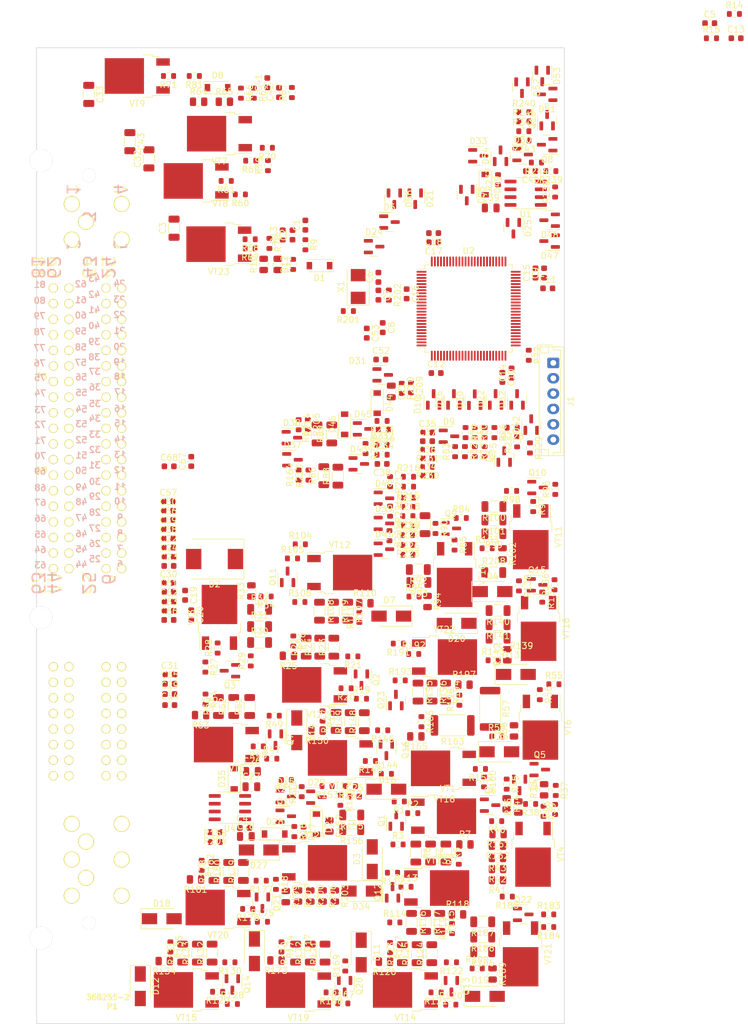
<source format=kicad_pcb>
(kicad_pcb (version 20211014) (generator pcbnew)
  (layers (0 "F.Cu" signal) (31 "B.Cu" signal) (34 "B.Paste" user) (35 "F.Paste" user) (36 "B.SilkS" user "B.Silkscreen") (37 "F.SilkS" user "F.Silkscreen") (38 "B.Mask" user) (39 "F.Mask" user) (44 "Edge.Cuts" user))
  (net 0 "")
  (net 1 "Net-(R3-Pad2)")
  (net 2 "+5V")
  (net 3 "/INJ_2")
  (net 4 "/MCU/NRST")
  (net 5 "/MCU/PA12")
  (net 6 "/MCU/5V")
  (net 7 "/MCU/PA11")
  (net 8 "/MCU/PA14")
  (net 9 "/MCU/PB3")
  (net 10 "/MCU/PA13")
  (net 11 "/IGN_4")
  (net 12 "/IGN_2")
  (net 13 "/IGN_3")
  (net 14 "/IGN_1")
  (net 15 "/INJ_3")
  (net 16 "/TACH")
  (net 17 "/Unk_Out_1")
  (net 18 "/ECO{slash}CLT_Out")
  (net 21 "/IGN_swt")
  (net 23 "/Crank_Sens+")
  (net 24 "/TPS")
  (net 25 "/AFR_1")
  (net 26 "/Knock")
  (net 27 "/AC_Press")
  (net 31 "/INJ_7")
  (net 33 "/INJ_1")
  (net 34 "/Idle_valve_close")
  (net 35 "/Idle_valve_open")
  (net 36 "/Fan_relay_2{slash}Unk_Out_2")
  (net 37 "/CEL")
  (net 38 "/Crank_Sens-")
  (net 39 "/MAF")
  (net 41 "/CLT")
  (net 42 "/IAT")
  (net 45 "/Prog_mode")
  (net 46 "/Absorber")
  (net 47 "/INJ_4")
  (net 48 "/AFR_1_Heater")
  (net 49 "/INJ_6{slash}AFR_2_Heater")
  (net 50 "/Atart_dis_Relay")
  (net 51 "/AFR_2")
  (net 52 "/MAP")
  (net 55 "/Speed_in")
  (net 57 "/CAN_H")
  (net 58 "+12V")
  (net 63 "/Fan_Relay_1")
  (net 64 "/AC_Relay")
  (net 65 "/Fuel_Pump_Relay")
  (net 66 "/K-line")
  (net 67 "/DIN1")
  (net 68 "/DPH2")
  (net 70 "/DCNS")
  (net 71 "/DIN5")
  (net 72 "/Start_req")
  (net 74 "/CAM_in")
  (net 75 "/CAN_L")
  (net 116 "/MCU/BOOT0")
  (net 117 "/MCU/PE3")
  (net 118 "/MCU/PE4")
  (net 119 "/MCU/PE6")
  (net 120 "/MCU/PC13")
  (net 121 "/MCU/VSSA")
  (net 122 "/MCU/PA4")
  (net 123 "/MCU/PA5")
  (net 124 "/MCU/PB0")
  (net 125 "/MCU/PB1")
  (net 126 "/MCU/PB2-BOOT1")
  (net 127 "/MCU/PE12")
  (net 128 "/MCU/PE13")
  (net 129 "/MCU/PB10")
  (net 130 "/MCU/PB11")
  (net 131 "/MCU/PB14")
  (net 132 "/MCU/PB15")
  (net 133 "/MCU/PD8")
  (net 134 "/MCU/PA15")
  (net 135 "/MCU/PC10")
  (net 136 "/MCU/PC11")
  (net 137 "/MCU/PC12")
  (net 138 "/MCU/PD0")
  (net 139 "/MCU/PD4")
  (net 140 "/MCU/PD5")
  (net 141 "Net-(R17-Pad2)")
  (net 142 "Net-(R18-Pad2)")
  (net 143 "/PD10")
  (net 144 "/PD9")
  (net 145 "/PB12")
  (net 146 "/PC9")
  (net 147 "/PB14")
  (net 148 "/PE3")
  (net 150 "/PD1")
  (net 151 "/PD0")
  (net 152 "GND")
  (net 153 "/PD7")
  (net 154 "/PB13")
  (net 156 "/PE6")
  (net 157 "/PA15")
  (net 158 "Net-(C42-Pad1)")
  (net 159 "Net-(Q17-Pad1)")
  (net 160 "/PC2")
  (net 161 "/PD13")
  (net 162 "/PD15")
  (net 163 "/PD12")
  (net 164 "/PC3")
  (net 165 "/PD14")
  (net 166 "Net-(D23-Pad1)")
  (net 167 "/PE0")
  (net 168 "/PE1")
  (net 169 "/PB9")
  (net 170 "/PA8")
  (net 171 "/PB8")
  (net 172 "/PB7")
  (net 173 "Net-(R114-Pad2)")
  (net 174 "/PC7")
  (net 175 "/PB6")
  (net 176 "Net-(R122-Pad2)")
  (net 177 "+5VD")
  (net 178 "/PC6")
  (net 179 "/PB5")
  (net 180 "Net-(R130-Pad2)")
  (net 181 "/PD2")
  (net 182 "/PD3")
  (net 183 "Net-(Q15-Pad1)")
  (net 184 "Net-(R138-Pad2)")
  (net 185 "/PE11")
  (net 186 "/PE12")
  (net 187 "Net-(Q16-Pad1)")
  (net 188 "Net-(R146-Pad2)")
  (net 189 "Net-(C25-Pad1)")
  (net 190 "Net-(D15-Pad3)")
  (net 191 "/OD 2A14/OUT")
  (net 192 "Net-(D28-Pad2)")
  (net 193 "Net-(D29-Pad3)")
  (net 194 "Net-(Q20-Pad1)")
  (net 195 "Net-(R158-Pad1)")
  (net 196 "Net-(R169-Pad2)")
  (net 197 "/PE5")
  (net 198 "/PE2")
  (net 199 "/PD6")
  (net 200 "/PD11")
  (net 201 "Net-(Q21-Pad1)")
  (net 202 "Net-(R177-Pad2)")
  (net 203 "/PE14")
  (net 204 "/PE15")
  (net 205 "Net-(Q22-Pad1)")
  (net 206 "Net-(R185-Pad2)")
  (net 207 "/PE8")
  (net 208 "/PE9")
  (net 209 "Net-(R193-Pad2)")
  (net 210 "/PE10")
  (net 211 "/PB4")
  (net 212 "+3.3V")
  (net 214 "Net-(D3-Pad1)")
  (net 217 "Net-(R163-Pad1)")
  (net 218 "Net-(R56-Pad2)")
  (net 219 "Net-(R48-Pad2)")
  (net 220 "Net-(R20-Pad2)")
  (net 222 "Net-(R192-Pad2)")
  (net 223 "Net-(R90-Pad2)")
  (net 224 "Net-(R184-Pad2)")
  (net 225 "Net-(R64-Pad2)")
  (net 226 "Net-(R176-Pad2)")
  (net 227 "Net-(R49-Pad2)")
  (net 228 "Net-(R168-Pad2)")
  (net 229 "Net-(R160-Pad2)")
  (net 230 "Net-(R29-Pad2)")
  (net 232 "Net-(R21-Pad2)")
  (net 233 "Net-(R106-Pad2)")
  (net 234 "Net-(R2-Pad2)")
  (net 235 "Net-(R100-Pad1)")
  (net 236 "Net-(Q9-Pad1)")
  (net 237 "Net-(Q5-Pad1)")
  (net 238 "Net-(Q2-Pad1)")
  (net 239 "Net-(R10-Pad2)")
  (net 241 "Net-(Q6-Pad1)")
  (net 242 "Net-(Q14-Pad1)")
  (net 243 "Net-(Q13-Pad1)")
  (net 244 "Net-(R202-Pad2)")
  (net 245 "Net-(Q12-Pad1)")
  (net 246 "Net-(R39-Pad2)")
  (net 247 "Net-(Q5-Pad3)")
  (net 248 "Net-(U2-Pad6)")
  (net 249 "Net-(Q3-Pad1)")
  (net 250 "Net-(Q11-Pad1)")
  (net 251 "Net-(Q7-Pad1)")
  (net 252 "Net-(Q10-Pad1)")
  (net 253 "Net-(R57-Pad1)")
  (net 254 "Net-(C27-Pad1)")
  (net 255 "Net-(Q4-Pad3)")
  (net 256 "Net-(D8-Pad2)")
  (net 257 "Net-(Q4-Pad1)")
  (net 258 "Net-(D1-Pad2)")
  (net 259 "Net-(R161-Pad1)")
  (net 260 "Net-(C6-Pad1)")
  (net 261 "Net-(C11-Pad1)")
  (net 262 "Net-(C10-Pad1)")
  (net 263 "Net-(R61-Pad2)")
  (net 264 "Net-(R71-Pad2)")
  (net 265 "Net-(R73-Pad1)")
  (net 266 "Net-(R75-Pad1)")
  (net 267 "/PA7")
  (net 268 "/PC5")
  (net 269 "/PA3")
  (net 270 "/PC4")
  (net 271 "/PA0")
  (net 272 "/PA1")
  (net 273 "/PA6")
  (net 274 "Net-(D49-Pad1)")
  (net 276 "Net-(R97-Pad2)")
  (net 277 "Net-(R85-Pad2)")
  (net 278 "Net-(R28-Pad2)")
  (net 279 "Net-(R145-Pad2)")
  (net 280 "Net-(R137-Pad2)")
  (net 281 "Net-(R129-Pad2)")
  (net 282 "Net-(R121-Pad2)")
  (net 283 "Net-(R113-Pad2)")
  (net 284 "Net-(R105-Pad2)")
  (net 285 "Net-(Q23-Pad1)")
  (net 286 "Net-(Q1-Pad1)")
  (net 287 "Net-(D34-Pad1)")
  (net 288 "Net-(C7-Pad1)")
  (net 289 "Net-(C2-Pad1)")
  (net 290 "Net-(R62-Pad2)")
  (net 291 "Net-(R69-Pad2)")
  (net 292 "/PE7")
  (net 293 "/PC1")
  (net 294 "/PC0")
  (net 295 "/PA2")
  (net 296 "/PC8")
  (net 297 "Net-(R239-Pad1)")
  (net 298 "Net-(R238-Pad1)")
  (net 299 "/PA9")
  (net 300 "/PA10")
  (net 301 "Net-(Q8-Pad3)")
  (net 302 "Net-(Q18-Pad3)")
  (net 303 "/OD 2A22/3V3")
  (net 304 "/PB1")
  (net 305 "/PB0")
  (net 306 "/PB10")
  (net 307 "/PB15")
  (footprint "Capacitor_SMD:C_0603_1608Metric" (layer "F.Cu") (at 130.5 120.1 180)
    (fp_text reference "C40")
    (fp_text value "C0603")
  )
  (footprint "Resistor_SMD:R_0805_2012Metric" (layer "F.Cu") (at 89.3 135.3 -90)
    (fp_text reference "R11")
    (fp_text value "10K")
  )
  (footprint "Package_TO_SOT_SMD:SOT-23" (layer "F.Cu") (at 131.5625 187.5)
    (fp_text reference "Q15")
    (fp_text value "BC847C")
  )
  (footprint "Resistor_SMD:R_1206_3216Metric" (layer "F.Cu") (at 125.2 196.2 180)
    (fp_text reference "R139")
    (fp_text value "1R")
  )
  (footprint "Resistor_SMD:R_0805_2012Metric" (layer "F.Cu") (at 76.725 208.725 180)
    (fp_text reference "R53")
    (fp_text value "82K")
  )
  (footprint "Resistor_SMD:R_0603_1608Metric" (layer "F.Cu") (at 122.325 217.5 180)
    (fp_text reference "R159")
    (fp_text value "3K")
  )
  (footprint "Package_SO:SOIC-8_3.9x4.9mm_P1.27mm" (layer "F.Cu") (at 129.7 123.7 180)
    (fp_text reference "U1")
    (fp_text value "case only")
  )
  (footprint "Resistor_SMD:R_0603_1608Metric" (layer "F.Cu") (at 89.9 246.5 -90)
    (fp_text reference "R174")
    (fp_text value "51K")
  )
  (footprint "Package_TO_SOT_SMD:SOT-23" (layer "F.Cu") (at 91.6 163.525)
    (fp_text reference "D38")
    (fp_text value "BAV99")
  )
  (footprint "Resistor_SMD:R_1206_3216Metric" (layer "F.Cu") (at 112.205 185.015 180)
    (fp_text reference "R92")
    (fp_text value "1R")
  )
  (footprint "Resistor_SMD:R_0603_1608Metric" (layer "F.Cu") (at 110.2 236.7)
    (fp_text reference "R113")
    (fp_text value "3K")
  )
  (footprint "Capacitor_SMD:C_0603_1608Metric" (layer "F.Cu") (at 71.466 173.898)
    (fp_text reference "C57")
    (fp_text value "C0603")
  )
  (footprint "Package_TO_SOT_SMD:SOT-23" (layer "F.Cu") (at 132.4 104.6 -90)
    (fp_text reference "D53")
    (fp_text value "BAV99")
  )
  (footprint "Capacitor_SMD:C_0603_1608Metric" (layer "F.Cu") (at 103.8 146.5 -90)
    (fp_text reference "C53")
    (fp_text value "100nF")
  )
  (footprint "Package_TO_SOT_SMD:TO-252-2" (layer "F.Cu") (at 116.475 199.275)
    (fp_text reference "VT22")
    (fp_text value "IRLR3110Z")
  )
  (footprint "Resistor_SMD:R_0603_1608Metric" (layer "F.Cu") (at 97.325 220.3 180)
    (fp_text reference "R153")
    (fp_text value "1k")
  )
  (footprint "Resistor_SMD:R_0603_1608Metric" (layer "F.Cu") (at 93.2 221.2 90)
    (fp_text reference "R211")
    (fp_text value "10k")
  )
  (footprint "Resistor_SMD:R_0603_1608Metric" (layer "F.Cu") (at 96.6 208.875 -90)
    (fp_text reference "R151")
    (fp_text value "51K")
  )
  (footprint "Resistor_SMD:R_0603_1608Metric" (layer "F.Cu") (at 106.3 160.8 180)
    (fp_text reference "R233")
    (fp_text value "1k")
  )
  (footprint "Resistor_SMD:R_1206_3216Metric" (layer "F.Cu") (at 114.4 247.6 90)
    (fp_text reference "R124")
    (fp_text value "1R")
  )
  (footprint "Package_TO_SOT_SMD:SOT-23" (layer "F.Cu") (at 122 117.6)
    (fp_text reference "D33")
    (fp_text value "BAV99")
  )
  (footprint "Resistor_SMD:R_0603_1608Metric" (layer "F.Cu") (at 111.505 189.415)
    (fp_text reference "R95")
    (fp_text value "51K")
  )
  (footprint "Package_TO_SOT_SMD:SOT-23" (layer "F.Cu") (at 129.3 241.2)
    (fp_text reference "Q22")
    (fp_text value "BC847C")
  )
  (footprint "Capacitor_SMD:C_0603_1608Metric" (layer "F.Cu") (at 101.8 222)
    (fp_text reference "C25")
    (fp_text value "C0603")
  )
  (footprint "Capacitor_SMD:C_0603_1608Metric" (layer "F.Cu") (at 113.7 164.1)
    (fp_text reference "C37")
    (fp_text value "100nF")
  )
  (footprint "Resistor_SMD:R_0603_1608Metric" (layer "F.Cu") (at 100.8 142.9 180)
    (fp_text reference "R201")
    (fp_text value "3k")
  )
  (footprint "Diode_SMD:D_SMA" (layer "F.Cu") (at 125.4 214.7)
    (fp_text reference "D36")
    (fp_text value "BYG2OG")
  )
  (footprint "Capacitor_SMD:C_0603_1608Metric" (layer "F.Cu") (at 105.7 140.3 -90)
    (fp_text reference "C7")
    (fp_text value "18pF")
  )
  (footprint "Resistor_SMD:R_0805_2012Metric" (layer "F.Cu") (at 128.5 223.7 90)
    (fp_text reference "R35")
    (fp_text value "6.8k")
  )
  (footprint "Capacitor_SMD:C_0603_1608Metric" (layer "F.Cu") (at 106.1 150.8)
    (fp_text reference "C52")
    (fp_text value "100nF")
  )
  (footprint "Package_TO_SOT_SMD:SOT-23" (layer "F.Cu") (at 102.5 167.8)
    (fp_text reference "D43")
    (fp_text value "BAV99")
  )
  (footprint "Resistor_SMD:R_0603_1608Metric" (layer "F.Cu") (at 90.7 219.3 180)
    (fp_text reference "R212")
    (fp_text value "NM")
  )
  (footprint "Resistor_SMD:R_1206_3216Metric" (layer "F.Cu") (at 101.3625 225 180)
    (fp_text reference "R155")
    (fp_text value "4.7k")
  )
  (footprint "Package_TO_SOT_SMD:SOT-23" (layer "F.Cu") (at 108.6 225.9 90)
    (fp_text reference "Q1")
    (fp_text value "BC847C")
  )
  (footprint "Capacitor_SMD:C_0603_1608Metric" (layer "F.Cu") (at 125.9 153.7 -90)
    (fp_text reference "C10")
    (fp_text value "2.2uF")
  )
  (footprint "Resistor_SMD:R_0805_2012Metric" (layer "F.Cu") (at 118.6 241.2)
    (fp_text reference "R118")
    (fp_text value "82K")
  )
  (footprint "Capacitor_SMD:C_0603_1608Metric" (layer "F.Cu") (at 89.5 107.3 90)
    (fp_text reference "C42")
    (fp_text value "~")
  )
  (footprint "Resistor_SMD:R_0603_1608Metric" (layer "F.Cu") (at 92 227.7 -90)
    (fp_text reference "R16")
    (fp_text value "3K")
  )
  (footprint "Resistor_SMD:R_0603_1608Metric" (layer "F.Cu") (at 71.8 246.5 -90)
    (fp_text reference "R135")
    (fp_text value "51K")
  )
  (footprint "Resistor_SMD:R_0603_1608Metric" (layer "F.Cu") (at 159.975 98.45)
    (fp_text reference "R15")
    (fp_text value "10K")
  )
  (footprint "Package_TO_SOT_SMD:TO-252-2" (layer "F.Cu") (at 79.7 132 180)
    (fp_text reference "VT23")
    (fp_text value "ISL9V3040D3S")
  )
  (footprint "Capacitor_SMD:C_0603_1608Metric" (layer "F.Cu") (at 163.985 98.45)
    (fp_text reference "C13")
    (fp_text value "10nF")
  )
  (footprint "Resistor_SMD:R_0603_1608Metric" (layer "F.Cu") (at 125.2 121.5 90)
    (fp_text reference "R237")
    (fp_text value "22k")
  )
  (footprint "Resistor_SMD:R_0805_2012Metric" (layer "F.Cu") (at 87 135.3 90)
    (fp_text reference "R10")
    (fp_text value "10K")
  )
  (footprint "Resistor_SMD:R_0603_1608Metric" (layer "F.Cu") (at 94.3 169.625 90)
    (fp_text reference "R213")
    (fp_text value "22k")
  )
  (footprint "Resistor_SMD:R_1206_3216Metric" (layer "F.Cu") (at 83.7 234.2 90)
    (fp_text reference "R179")
    (fp_text value "1R")
  )
  (footprint "Diode_SMD:D_SMA" (layer "F.Cu") (at 124.3 188.6)
    (fp_text reference "D4")
    (fp_text value "BYG2OG")
  )
  (footprint "Package_QFP:LQFP-100_14x14mm_P0.5mm" (layer "F.Cu") (at 120.4 142.5)
    (fp_text reference "U2")
    (fp_text value "STM32F427VGT6")
  )
  (footprint "Resistor_SMD:R_0805_2012Metric" (layer "F.Cu") (at 124.3 250.9 -90)
    (fp_text reference "R189")
    (fp_text value "82K")
  )
  (footprint "Capacitor_SMD:C_1206_3216Metric" (layer "F.Cu") (at 58.5 107.6 -90)
    (fp_text reference "C33")
    (fp_text value "C_Small")
  )
  (footprint "Resistor_SMD:R_1206_3216Metric" (layer "F.Cu") (at 116.65 204.975 -90)
    (fp_text reference "R194")
    (fp_text value "1R")
  )
  (footprint "Resistor_SMD:R_1206_3216Metric" (layer "F.Cu") (at 114.2 231.2 -90)
    (fp_text reference "R4")
    (fp_text value "1R")
  )
  (footprint "Resistor_SMD:R_1206_3216Metric" (layer "F.Cu") (at 113.4 242.5 -90)
    (fp_text reference "R117")
    (fp_text value "1R")
  )
  (footprint "Capacitor_SMD:C_0603_1608Metric" (layer "F.Cu") (at 131.3 136.7 90)
    (fp_text reference "C15")
    (fp_text value "100nF")
  )
  (footprint "Package_TO_SOT_SMD:SOT-23" (layer "F.Cu") (at 129.2 117.4)
    (fp_text reference "D50")
    (fp_text value "BAV99")
  )
  (footprint "Resistor_SMD:R_0603_1608Metric" (layer "F.Cu") (at 130.4 165.2 -90)
    (fp_text reference "R229")
    (fp_text value "NM")
  )
  (footprint "Resistor_SMD:R_0603_1608Metric" (layer "F.Cu") (at 121.4 165.8 -90)
    (fp_text reference "R73")
    (fp_text value "NM")
  )
  (footprint "Resistor_SMD:R_0603_1608Metric" (layer "F.Cu") (at 84.8 131.2 180)
    (fp_text reference "R68")
    (fp_text value "NM")
  )
  (footprint "Resistor_SMD:R_0603_1608Metric" (layer "F.Cu") (at 89 236.3 -90)
    (fp_text reference "R18")
    (fp_text value "360R")
  )
  (footprint "Resistor_SMD:R_0603_1608Metric" (layer "F.Cu") (at 130.5 223.2 180)
    (fp_text reference "R38")
    (fp_text value "18K")
  )
  (footprint "Package_TO_SOT_SMD:SOT-23" (layer "F.Cu") (at 81.5 201.5 180)
    (fp_text reference "Q3")
    (fp_text value "BC847C")
  )
  (footprint "Resistor_SMD:R_0603_1608Metric" (layer "F.Cu") (at 130.2 150.1 -90)
    (fp_text reference "R72")
    (fp_text value "R0603")
  )
  (footprint "Resistor_SMD:R_1206_3216Metric" (layer "F.Cu") (at 100.7 191.8 -90)
    (fp_text reference "R107")
    (fp_text value "1R")
  )
  (footprint "Resistor_SMD:R_1206_3216Metric" (layer "F.Cu") (at 111.1 242.5 -90)
    (fp_text reference "R116")
    (fp_text value "1R")
  )
  (footprint "Resistor_SMD:R_1206_3216Metric" (layer "F.Cu") (at 82.125 207.325 90)
    (fp_text reference "R52")
    (fp_text value "1R")
  )
  (footprint "Resistor_SMD:R_0603_1608Metric" (layer "F.Cu") (at 109.5 155.5 -90)
    (fp_text reference "R210")
    (fp_text value "6.8k")
  )
  (footprint "Package_TO_SOT_SMD:SOT-23" (layer "F.Cu") (at 86.8 239.3 -90)
    (fp_text reference "Q21")
    (fp_text value "BC847C")
  )
  (footprint "Resistor_SMD:R_0603_1608Metric" (layer "F.Cu") (at 106.5 162.2 180)
    (fp_text reference "R236")
    (fp_text value "1k")
  )
  (footprint "Capacitor_SMD:C_0603_1608Metric" (layer "F.Cu") (at 110.3 140.1 -90)
    (fp_text reference "C16")
    (fp_text value "100nF")
  )
  (footprint "Resistor_SMD:R_0603_1608Metric" (layer "F.Cu") (at 117.5 255.9)
    (fp_text reference "R120")
    (fp_text value "3K")
  )
  (footprint "Resistor_SMD:R_0805_2012Metric" (layer "F.Cu") (at 96.6 238.2 -90)
    (fp_text reference "R206")
    (fp_text value "10R")
  )
  (footprint "Resistor_SMD:R_0603_1608Metric" (layer "F.Cu") (at 107.6 246.6 -90)
    (fp_text reference "R127")
    (fp_text value "51K")
  )
  (footprint "Resistor_SMD:R_0603_1608Metric" (layer "F.Cu") (at 106.3 164.7)
    (fp_text reference "R232")
    (fp_text value "NM")
  )
  (footprint "Resistor_SMD:R_0603_1608Metric" (layer "F.Cu") (at 129.4 112)
    (fp_text reference "R241")
    (fp_text value "47")
  )
  (footprint "Capacitor_SMD:C_0603_1608Metric" (layer "F.Cu") (at 71.566 184.423)
    (fp_text reference "C23")
    (fp_text value "C0603")
  )
  (footprint "Package_TO_SOT_SMD:SOT-23" (layer "F.Cu") (at 108.55 206.275 90)
    (fp_text reference "Q23")
    (fp_text value "BC847C")
  )
  (footprint "Resistor_SMD:R_0603_1608Metric" (layer "F.Cu") (at 94.2 161.425 -90)
    (fp_text reference "R205")
    (fp_text value "22k")
  )
  (footprint "Resistor_SMD:R_0603_1608Metric" (layer "F.Cu") (at 117.6 249 180)
    (fp_text reference "R122")
    (fp_text value "360R")
  )
  (footprint "Resistor_SMD:R_0603_1608Metric" (layer "F.Cu") (at 103.6 165.3 -90)
    (fp_text reference "R235")
    (fp_text value "NM")
  )
  (footprint "Resistor_SMD:R_1206_3216Metric" (layer "F.Cu") (at 98.435 197.66 90)
    (fp_text reference "R23")
    (fp_text value "1R")
  )
  (footprint "Resistor_SMD:R_0603_1608Metric" (layer "F.Cu") (at 127.4 172.2 180)
    (fp_text reference "R98")
    (fp_text value "360R")
  )
  (footprint "Package_TO_SOT_SMD:SOT-23" (layer "F.Cu") (at 133.2 107.6 180)
    (fp_text reference "D51")
    (fp_text value "BAV99")
  )
  (footprint "Resistor_SMD:R_0603_1608Metric" (layer "F.Cu") (at 100.435 204.36 180)
    (fp_text reference "R20")
    (fp_text value "3K")
  )
  (footprint "Resistor_SMD:R_1206_3216Metric" (layer "F.Cu") (at 122.7 242.4 180)
    (fp_text reference "R187")
    (fp_text value "1R")
  )
  (footprint "Package_TO_SOT_SMD:SOT-23" (layer "F.Cu") (at 106.6 181.7)
    (fp_text reference "D41")
    (fp_text value "BAV99")
  )
  (footprint "Resistor_SMD:R_0603_1608Metric" (layer "F.Cu") (at 118.9 206.3 90)
    (fp_text reference "R198")
    (fp_text value "51K")
  )
  (footprint "Package_TO_SOT_SMD:SOT-23" (layer "F.Cu") (at 129.1 106.5 -90)
    (fp_text reference "D52")
    (fp_text value "BAV99")
  )
  (footprint "Capacitor_SMD:C_0603_1608Metric" (layer "F.Cu") (at 71.466 176.923)
    (fp_text reference "C56")
    (fp_text value "C0603")
  )
  (footprint "Diode_SMD:D_SMA" (layer "F.Cu") (at 107.8 192.6 180)
    (fp_text reference "D7")
    (fp_text value "BYG2OG")
  )
  (footprint "Capacitor_SMD:C_0603_1608Metric" (layer "F.Cu") (at 87.6 105.7 90)
    (fp_text reference "C41")
    (fp_text value "~")
  )
  (footprint "Resistor_SMD:R_1206_3216Metric" (layer "F.Cu") (at 93.935 197.66 90)
    (fp_text reference "R22")
    (fp_text value "1R")
  )
  (footprint "Capacitor_SMD:C_0603_1608Metric" (layer "F.Cu") (at 106.3 167.8 180)
    (fp_text reference "C38")
    (fp_text value "100nF")
  )
  (footprint "Resistor_SMD:R_0805_2012Metric" (layer "F.Cu") (at 90.6 238.3 -90)
    (fp_text reference "R199")
    (fp_text value "10R")
  )
  (footprint "Resistor_SMD:R_0603_1608Metric" (layer "F.Cu") (at 88.325 215.825)
    (fp_text reference "R47")
    (fp_text value "3K")
  )
  (footprint "Resistor_SMD:R_0603_1608Metric" (layer "F.Cu") (at 163.71 94.5)
    (fp_text reference "R14")
    (fp_text value "10K")
  )
  (footprint "Resistor_SMD:R_0603_1608Metric" (layer "F.Cu") (at 109.25 203.075)
    (fp_text reference "R193")
    (fp_text value "360R")
  )
  (footprint "Package_TO_SOT_SMD:TO-252-2" (layer "F.Cu") (at 130.525 179.675 -90)
    (fp_text reference "VT11")
    (fp_text value "IRLR3110Z")
  )
  (footprint "Package_TO_SOT_SMD:TO-252-2" (layer "F.Cu") (at 76 121.7 180)
    (fp_text reference "VT8")
    (fp_text value "ISL9V3040D3S")
  )
  (footprint "Resistor_SMD:R_0603_1608Metric" (layer "F.Cu") (at 115 178.315 -90)
    (fp_text reference "R90")
    (fp_text value "360R")
  )
  (footprint "Resistor_SMD:R_0805_2012Metric" (layer "F.Cu") (at 75.9 235.5 180)
    (fp_text reference "R181")
    (fp_text value "82K")
  )
  (footprint "Package_TO_SOT_SMD:SOT-23" (layer "F.Cu") (at 102.935 202.96 -90)
    (fp_text reference "Q2")
    (fp_text value "BC847C")
  )
  (footprint "Resistor_SMD:R_0603_1608Metric" (layer "F.Cu") (at 129.4 113.6)
    (fp_text reference "R242")
    (fp_text value "51k")
  )
  (footprint "Resistor_SMD:R_0805_2012Metric" (layer "F.Cu") (at 94.6 238.2 -90)
    (fp_text reference "R200")
    (fp_text value "10R")
  )
  (footprint "Resistor_SMD:R_0603_1608Metric" (layer "F.Cu") (at 119.9 162.7 -90)
    (fp_text reference "R74")
    (fp_text value "NM")
  )
  (footprint "Resistor_SMD:R_0603_1608Metric" (layer "F.Cu") (at 99.5 222.6 -90)
    (fp_text reference "R154")
    (fp_text value "68k")
  )
  (footprint "Diode_SMD:D_SOD-123" (layer "F.Cu") (at 95.6 226.5 -90)
    (fp_text reference "D23")
    (fp_text value "1N4148W")
  )
  (footprint "Capacitor_SMD:C_0603_1608Metric" (layer "F.Cu") (at 93.8 128.9 90)
    (fp_text reference "C1")
    (fp_text value "~")
  )
  (footprint "Resistor_SMD:R_1206_3216Metric" (layer "F.Cu") (at 79.625 207.325 90)
    (fp_text reference "R50")
    (fp_text value "1R")
  )
  (footprint "Diode_SMD:D_SOD-123" (layer "F.Cu") (at 88.8 228.1)
    (fp_text reference "D28")
    (fp_text value "1N4148W")
  )
  (footprint "Resistor_SMD:R_0805_2012Metric" (layer "F.Cu") (at 125.1 235.6 180)
    (fp_text reference "R41")
    (fp_text value "10R")
  )
  (footprint "Capacitor_SMD:C_0603_1608Metric" (layer "F.Cu") (at 71.466 179.948)
    (fp_text reference "C58")
    (fp_text value "C0603")
  )
  (footprint "Resistor_SMD:R_1206_3216Metric" (layer "F.Cu") (at 96.135 197.66 90)
    (fp_text reference "R24")
    (fp_text value "1R")
  )
  (footprint "Capacitor_SMD:C_0603_1608Metric" (layer "F.Cu") (at 115.1 153)
    (fp_text reference "C12")
    (fp_text value "1uF")
  )
  (footprint "Capacitor_SMD:C_0805_2012Metric" (layer "F.Cu") (at 85 220.4)
    (fp_text reference "C27")
    (fp_text value "C0805")
  )
  (footprint "Capacitor_SMD:C_1206_3216Metric" (layer "F.Cu") (at 65.2 115.3 -90)
    (fp_text reference "C43")
    (fp_text value "C_Small")
  )
  (footprint "Resistor_SMD:R_0805_2012Metric" (layer "F.Cu") (at 125.1 232 180)
    (fp_text reference "R43")
    (fp_text value "10R")
  )
  (footprint "Resistor_SMD:R_1206_3216Metric" (layer "F.Cu") (at 78.6 247.5 90)
    (fp_text reference "R132")
    (fp_text value "1R")
  )
  (footprint "Resistor_SMD:R_0603_1608Metric" (layer "F.Cu") (at 123 162.7 90)
    (fp_text reference "R77")
    (fp_text value "510K")
  )
  (footprint "Resistor_SMD:R_1206_3216Metric" (layer "F.Cu") (at 95.7 162.925 90)
    (fp_text reference "R87")
    (fp_text value "3k")
  )
  (footprint "Resistor_SMD:R_0603_1608Metric" (layer "F.Cu") (at 92.7 161.425 -90)
    (fp_text reference "R214")
    (fp_text value "22k")
  )
  (footprint "Resistor_SMD:R_0603_1608Metric" (layer "F.Cu") (at 108.375 242.5)
    (fp_text reference "R114")
    (fp_text value "360R")
  )
  (footprint "Package_TO_SOT_SMD:SOT-23" (layer "F.Cu") (at 131.625 171.65)
    (fp_text reference "Q10")
    (fp_text value "BC847C")
  )
  (footprint "Resistor_SMD:R_0603_1608Metric" (layer "F.Cu") (at 83.2 123.9 180)
    (fp_text reference "R60")
    (fp_text value "100")
  )
  (footprint "Resistor_SMD:R_1206_3216Metric" (layer "F.Cu") (at 86.3375 191.5)
    (fp_text reference "R32")
    (fp_text value "1R")
  )
  (footprint "Resistor_SMD:R_1206_3216Metric" (layer "F.Cu") (at 86.3375 196.9)
    (fp_text reference "R30")
    (fp_text value "1R")
  )
  (footprint "Resistor_SMD:R_0603_1608Metric" (layer "F.Cu") (at 123.425 181.55)
    (fp_text reference "R103")
    (fp_text value "51K")
  )
  (footprint "Resistor_SMD:R_0603_1608Metric" (layer "F.Cu") (at 107.5 179.5 -90)
    (fp_text reference "R225")
    (fp_text value "NM")
  )
  (footprint "Resistor_SMD:R_0603_1608Metric" (layer "F.Cu") (at 79.1 229.4)
    (fp_text reference "R158")
    (fp_text value "47k")
  )
  (footprint "Resistor_SMD:R_0603_1608Metric" (layer "F.Cu") (at 81.5 249 180)
    (fp_text reference "R130")
    (fp_text value "360R")
  )
  (footprint "Resistor_SMD:R_1206_3216Metric" (layer "F.Cu") (at 84.725 207.325 90)
    (fp_text reference "R51")
    (fp_text value "1R")
  )
  (footprint "Capacitor_SMD:C_0603_1608Metric" (layer "F.Cu") (at 71.566 191.748)
    (fp_text reference "C63")
    (fp_text value "C0603")
  )
  (footprint "Resistor_SMD:R_0603_1608Metric" (layer "F.Cu") (at 90.1 130.5 90)
    (fp_text reference "R13")
    (fp_text value "6K8")
  )
  (footprint "Resistor_SMD:R_0603_1608Metric" (layer "F.Cu") (at 84.8 132.7 180)
    (fp_text reference "R62")
    (fp_text value "100")
  )
  (footprint "Resistor_SMD:R_0603_1608Metric" (layer "F.Cu") (at 91.835 196.66 -90)
    (fp_text reference "R26")
    (fp_text value "51K")
  )
  (footprint "Capacitor_SMD:C_0805_2012Metric" (layer "F.Cu") (at 107.8 156 -90)
    (fp_text reference "C21")
    (fp_text value "C0805")
  )
  (footprint "Resistor_SMD:R_0805_2012Metric" (layer "F.Cu") (at 103.5 190.5)
    (fp_text reference "R110")
    (fp_text value "82K")
  )
  (footprint "Diode_SMD:D_SMA" (layer "F.Cu") (at 104.7 232.2 90)
    (fp_text reference "D3")
    (fp_text value "NM")
  )
  (footprint "Resistor_SMD:R_0603_1608Metric" (layer "F.Cu") (at 84.4 240.3 180)
    (fp_text reference "R176")
    (fp_text value "3K")
  )
  (footprint "Capacitor_SMD:C_0603_1608Metric" (layer "F.Cu") (at 105.7 137.4 90)
    (fp_text reference "C6")
    (fp_text value "18pF")
  )
  (footprint "Resistor_SMD:R_1206_3216Metric" (layer "F.Cu") (at 96.8 169.725 90)
    (fp_text reference "R86")
    (fp_text value "3k")
  )
  (footprint "Resistor_SMD:R_1206_3216Metric" (layer "F.Cu") (at 81.3 234.2 90)
    (fp_text reference "R180")
    (fp_text value "1R")
  )
  (footprint "Resistor_SMD:R_0603_1608Metric" (layer "F.Cu") (at 132 205.4 -90)
    (fp_text reference "R56")
    (fp_text value "3K")
  )
  (footprint "Resistor_SMD:R_0603_1608Metric" (layer "F.Cu") (at 128.3 164.2 90)
    (fp_text reference "R227")
    (fp_text value "NM")
  )
  (footprint "Resistor_SMD:R_0603_1608Metric" (layer "F.Cu") (at 71.5 104.6 180)
    (fp_text reference "R71")
    (fp_text value "100")
  )
  (footprint "Resistor_SMD:R_0805_2012Metric" (layer "F.Cu") (at 91.035 199.06 180)
    (fp_text reference "R25")
    (fp_text value "82K")
  )
  (footprint "Capacitor_SMD:C_0603_1608Metric" (layer "F.Cu") (at 74.2 189.2 -90)
    (fp_text reference "C19")
    (fp_text value "C0603")
  )
  (footprint "Resistor_SMD:R_1206_3216Metric" (layer "F.Cu") (at 125.2 194 180)
    (fp_text reference "R141")
    (fp_text value "1R")
  )
  (footprint "Diode_SMD:D_SOD-123" (layer "F.Cu") (at 105.5 157.9 -90)
    (fp_text reference "D44")
    (fp_text value "1N4148W")
  )
  (footprint "Resistor_SMD:R_0603_1608Metric" (layer "F.Cu") (at 92.7 169.625 90)
    (fp_text reference "R164")
    (fp_text value "22k")
  )
  (footprint "Resistor_SMD:R_0603_1608Metric" (layer "F.Cu") (at 110.5 176.3 180)
    (fp_text reference "R220")
    (fp_text value "10k")
  )
  (footprint "Package_TO_SOT_SMD:SOT-23" (layer "F.Cu") (at 133.2 115.8 180)
    (fp_text reference "Q8")
    (fp_text value "BC847C")
  )
  (footprint "Package_TO_SOT_SMD:TO-252-2" (layer "F.Cu") (at 79.8 192.8 90)
    (fp_text reference "VT3")
    (fp_text value "IRLR3110Z")
  )
  (footprint "Resistor_SMD:R_0603_1608Metric" (layer "F.Cu") (at 83.3 107.4 -90)
    (fp_text reference "R66")
    (fp_text value "3K")
  )
  (footprint "Package_TO_SOT_SMD:SOT-23" (layer "F.Cu") (at 120.1 124 -90)
    (fp_text reference "D55")
    (fp_text value "BAV99")
  )
  (footprint "Resistor_SMD:R_0805_2012Metric" (layer "F.Cu") (at 127.8 211.3 90)
    (fp_text reference "R58")
    (fp_text value "82K")
  )
  (footprint "Resistor_SMD:R_0603_1608Metric" (layer "F.Cu") (at 133.45 243.25 180)
    (fp_text reference "R184")
    (fp_text value "3K")
  )
  (footprint "Capacitor_SMD:C_0603_1608Metric" (layer "F.Cu") (at 132.7 136.7 90)
    (fp_text reference "C9")
    (fp_text value "100nF")
  )
  (footprint "Resistor_SMD:R_0603_1608Metric" (layer "F.Cu") (at 133.8 120.1 180)
    (fp_text reference "R239")
    (fp_text value "4.7k")
  )
  (footprint "Resistor_SMD:R_0805_2012Metric" (layer "F.Cu") (at 125.1 230 180)
    (fp_text reference "R162")
    (fp_text value "10R")
  )
  (footprint "Resistor_SMD:R_0805_2012Metric" (layer "F.Cu") (at 76.4 108.8)
    (fp_text reference "R64")
    (fp_text value "10K")
  )
  (footprint "Resistor_SMD:R_1206_3216Metric" (layer "F.Cu") (at 98.4 191.8 -90)
    (fp_text reference "R109")
    (fp_text value "1R")
  )
  (footprint "Capacitor_SMD:C_0603_1608Metric" (layer "F.Cu") (at 113.7 169.7)
    (fp_text reference "C34")
    (fp_text value "100nF")
  )
  (footprint "Resistor_SMD:R_0603_1608Metric" (layer "F.Cu") (at 111.45 198.775)
    (fp_text reference "R192")
    (fp_text value "3K")
  )
  (footprint "Resistor_SMD:R_0603_1608Metric" (layer "F.Cu") (at 87.7 119.2 90)
    (fp_text reference "R79")
    (fp_text value "100")
  )
  (footprint "Resistor_SMD:R_0805_2012Metric" (layer "F.Cu") (at 80.6 108.8)
    (fp_text reference "R65")
    (fp_text value "10K")
  )
  (footprint "Resistor_SMD:R_0603_1608Metric" (layer "F.Cu") (at 132.4 189.5 -90)
    (fp_text reference "R137")
    (fp_text value "3K")
  )
  (footprint "Package_TO_SOT_SMD:SOT-23" (layer "F.Cu") (at 88.925 212.725 -90)
    (fp_text reference "Q7")
    (fp_text value "BC847C")
  )
  (footprint "Resistor_SMD:R_0603_1608Metric" (layer "F.Cu") (at 84.9 118.4 180)
    (fp_text reference "R69")
    (fp_text value "100")
  )
  (footprint "Resistor_SMD:R_0603_1608Metric" (layer "F.Cu") (at 77.5 200.9 -90)
    (fp_text reference "R27")
    (fp_text value "3K")
  )
  (footprint "Package_TO_SOT_SMD:SOT-23" (layer "F.Cu") (at 117.2 163.3)
    (fp_text reference "D9")
    (fp_text value "BAV99")
  )
  (footprint "Resistor_SMD:R_0603_1608Metric" (layer "F.Cu") (at 121.8 250)
    (fp_text reference "R190")
    (fp_text value "51K")
  )
  (footprint "Resistor_SMD:R_0603_1608Metric" (layer "F.Cu") (at 130.925 174.75 -90)
    (fp_text reference "R97")
    (fp_text value "3K")
  )
  (footprint "Resistor_SMD:R_0603_1608Metric" (layer "F.Cu") (at 109.1 222.8 180)
    (fp_text reference "R1")
    (fp_text value "3K")
  )
  (footprint "Resistor_SMD:R_0603_1608Metric" (layer "F.Cu") (at 119.8 165.8 -90)
    (fp_text reference "R82")
    (fp_text value "NM")
  )
  (footprint "Resistor_SMD:R_1206_3216Metric" (layer "F.Cu") (at 103.4 209.8 90)
    (fp_text reference "R148")
    (fp_text value "1R")
  )
  (footprint "Resistor_SMD:R_0805_2012Metric" (layer "F.Cu") (at 106.7 248.9 180)
    (fp_text reference "R126")
    (fp_text value "82K")
  )
  (footprint "Capacitor_SMD:C_0603_1608Metric" (layer "F.Cu") (at 71.566 190.223)
    (fp_text reference "C62")
    (fp_text value "C0603")
  )
  (footprint "Diode_SMD:D_SOD-123" (layer "F.Cu") (at 79.5 106.5)
    (fp_text reference "D8")
    (fp_text value "1N4148W")
  )
  (footprint "Package_TO_SOT_SMD:SOT-23" (layer "F.Cu") (at 117.6 252.9 -90)
    (fp_text reference "Q13")
    (fp_text value "BC847C")
  )
  (footprint "Resistor_SMD:R_1206_3216Metric" (layer "F.Cu") (at 124.525 179.175 180)
    (fp_text reference "R99")
    (fp_text value "1R")
  )
  (footprint "Resistor_SMD:R_0805_2012Metric" (layer "F.Cu") (at 85 188.5 90)
    (fp_text reference "R33")
    (fp_text value "82K")
  )
  (footprint "Resistor_SMD:R_1206_3216Metric" (layer "F.Cu") (at 86.3375 194.3)
    (fp_text reference "R31")
    (fp_text value "1R")
  )
  (footprint "Resistor_SMD:R_0603_1608Metric" (layer "F.Cu") (at 79.5 197.8 90)
    (fp_text reference "R28")
    (fp_text value "3K")
  )
  (footprint "Capacitor_SMD:C_1206_3216Metric" (layer "F.Cu") (at 68.3 118.1 90)
    (fp_text reference "C32")
    (fp_text value "C_Small")
  )
  (footprint "Capacitor_SMD:C_0603_1608Metric" (layer "F.Cu") (at 75.2 167.4 90)
    (fp_text reference "C67")
    (fp_text value "C0603")
  )
  (footprint "Resistor_SMD:R_1206_3216Metric" (layer "F.Cu") (at 125.2 191.7 180)
    (fp_text reference "R140")
    (fp_text value "1R")
  )
  (footprint "Resistor_SMD:R_1206_3216Metric" (layer "F.Cu") (at 124.5 185.5)
    (fp_text reference "R208")
    (fp_text value "4.7k")
  )
  (footprint "Resistor_SMD:R_0603_1608Metric" (layer "F.Cu") (at 124.975 226 180)
    (fp_text reference "R40")
    (fp_text value "360R")
  )
  (footprint "hellen121vag:368255-2" (layer "F.Cu") (at 122.71525 114.2 -90)
    (fp_text reference "P1")
    (fp_text value "368255-2")
  )
  (footprint "Capacitor_SMD:C_0603_1608Metric" (layer "F.Cu") (at 71.7 207.1)
    (fp_text reference "C54")
    (fp_text value "C0603")
  )
  (footprint "Diode_SMD:D_SOD-123" (layer "F.Cu") (at 82.2 219.1 90)
    (fp_text reference "D35")
    (fp_text value ".")
  )
  (footprint "Resistor_SMD:R_0603_1608Metric" (layer "F.Cu") (at 86.8 242.4)
    (fp_text reference "R175")
    (fp_text value "3K")
  )
  (footprint "Resistor_SMD:R_0603_1608Metric" (layer "F.Cu") (at 111.3 224.7)
    (fp_text reference "R2")
    (fp_text value "3K")
  )
  (footprint "Diode_SMD:D_SMA" (layer "F.Cu") (at 123.05 254.55)
    (fp_text reference "D19")
    (fp_text value "BYG2OG")
  )
  (footprint "Package_TO_SOT_SMD:SOT-23" (layer "F.Cu") (at 106.4 153.3)
    (fp_text reference "D31")
    (fp_text value "BAV99")
  )
  (footprint "Package_TO_SOT_SMD:SOT-23" (layer "F.Cu") (at 130.6 161.4 90)
    (fp_text reference "D42")
    (fp_text value "BAV99")
  )
  (footprint "Resistor_SMD:R_0805_2012Metric" (layer "F.Cu") (at 126.6 223.175 -90)
    (fp_text reference "R44")
    (fp_text value "82K")
  )
  (footprint "Resistor_SMD:R_0603_1608Metric" (layer "F.Cu") (at 101.125 220.3 180)
    (fp_text reference "R152")
    (fp_text value "6.8k")
  )
  (footprint "Resistor_SMD:R_0603_1608Metric" (layer "F.Cu") (at 92.9 190.3)
    (fp_text reference "R106")
    (fp_text value "360R")
  )
  (footprint "Diode_SMD:D_SOD-123" (layer "F.Cu") (at 100.2 161.35 90)
    (fp_text reference "D46")
    (fp_text value "1N4148W")
  )
  (footprint "Resistor_SMD:R_0805_2012Metric" (layer "F.Cu") (at 98.6 238.2 -90)
    (fp_text reference "R203")
    (fp_text value "10R")
  )
  (footprint "Resistor_SMD:R_0603_1608Metric" (layer "F.Cu") (at 106.4 211.2 180)
    (fp_text reference "R146")
    (fp_text value "360R")
  )
  (footprint "Connector_JST:JST_EH_B6B-EH-A_1x06_P2.50mm_Vertical" (layer "F.Cu") (at 134.2 151.35 -90)
    (fp_text reference "J1")
    (fp_text value "Conn_01x06")
  )
  (footprint "Resistor_SMD:R_0603_1608Metric" (layer "F.Cu") (at 107.6 175.5 -90)
    (fp_text reference "R221")
    (fp_text value "22k")
  )
  (footprint "Package_TO_SOT_SMD:SOT-23" (layer "F.Cu") (at 107.5 128.4)
    (fp_text reference "D5")
    (fp_text value "BAV99")
  )
  (footprint "Package_TO_SOT_SMD:TO-252-2" (layer "F.Cu") (at 130.9 231.4 -90)
    (fp_text reference "VT4")
    (fp_text value "IRLR3110Z")
  )
  (footprint "Package_TO_SOT_SMD:TO-252-2" (layer "F.Cu") (at 116.3 217.4 180)
    (fp_text reference "VT18")
    (fp_text value "IRLR3110Z")
  )
  (footprint "Package_TO_SOT_SMD:SOT-23" (layer "F.Cu") (at 90.6 222)
    (fp_text reference "D15")
    (fp_text value "BAV99")
  )
  (footprint "Resistor_SMD:R_0603_1608Metric" (layer "F.Cu") (at 110.425 179.4)
    (fp_text reference "R224")
    (fp_text value "NM")
  )
  (footprint "Resistor_SMD:R_0603_1608Metric" (layer "F.Cu") (at 75.7 104.6 180)
    (fp_text reference "R81")
    (fp_text value "100")
  )
  (footprint "Diode_SMD:D_SOD-123" (layer "F.Cu") (at 123.1 122.3 -90)
    (fp_text reference "D49")
    (fp_text value ".")
  )
  (footprint "Resistor_SMD:R_0603_1608Metric" (layer "F.Cu") (at 102.935 206.06)
    (fp_text reference "R19")
    (fp_text value "3K")
  )
  (footprint "Resistor_SMD:R_0603_1608Metric" (layer "F.Cu") (at 79.5 253.8 180)
    (fp_text reference "R129")
    (fp_text value "3K")
  )
  (footprint "Resistor_SMD:R_0603_1608Metric" (layer "F.Cu") (at 123 165.8 -90)
    (fp_text reference "R75")
    (fp_text value "NM")
  )
  (footprint "Package_TO_SOT_SMD:SOT-23" (layer "F.Cu") (at 118 157.3 90)
    (fp_text reference "D26")
    (fp_text value "BAV99")
  )
  (footprint "Package_TO_SOT_SMD:TO-252-2" (layer "F.Cu") (at 92.675 253.525 180)
    (fp_text reference "VT19")
    (fp_text value "IRLR3110Z")
  )
  (footprint "Package_TO_SOT_SMD:SOT-23" (layer "F.Cu") (at 90.9 186.2 90)
    (fp_text reference "Q11")
    (fp_text value "BC847C")
  )
  (footprint "Resistor_SMD:R_0603_1608Metric" (layer "F.Cu") (at 134.5 123.5 90)
    (fp_text reference "R238")
    (fp_text value "NM")
  )
  (footprint "Package_SO:SOIC-8_3.9x4.9mm_P1.27mm" (layer "F.Cu") (at 81.5 223.8 180)
    (fp_text reference "U4")
    (fp_text value "case only")
  )
  (footprint "Capacitor_SMD:C_0603_1608Metric" (layer "F.Cu") (at 71.466 175.423)
    (fp_text reference "C60")
    (fp_text value "C0603")
  )
  (footprint "Package_TO_SOT_SMD:TO-252-2" (layer "F.Cu") (at 95.3 232.8)
    (fp_text reference "VT24")
    (fp_text value "IRLR3110Z")
  )
  (footprint "Resistor_SMD:R_0603_1608Metric" (layer "F.Cu") (at 100.3 249.6 90)
    (fp_text reference "R169")
    (fp_text value "360R")
  )
  (footprint "Resistor_SMD:R_0603_1608Metric" (layer "F.Cu") (at 85.4 107.4 -90)
    (fp_text reference "R63")
    (fp_text value "8K2")
  )
  (footprint "Resistor_SMD:R_0603_1608Metric" (layer "F.Cu") (at 129.4 110.5)
    (fp_text reference "R240")
    (fp_text value "47")
  )
  (footprint "Resistor_SMD:R_0603_1608Metric" (layer "F.Cu") (at 108 234.4 180)
    (fp_text reference "R112")
    (fp_text value "3K")
  )
  (footprint "Capacitor_SMD:C_0603_1608Metric" (layer "F.Cu") (at 83.9 227.1)
    (fp_text reference "C4")
    (fp_text value "C0603")
  )
  (footprint "Resistor_SMD:R_1206_3216Metric" (layer "F.Cu") (at 76.2 247.5 90)
    (fp_text reference "R133")
    (fp_text value "1R")
  )
  (footprint "Resistor_SMD:R_0603_1608Metric" (layer "F.Cu") (at 118.8 232.2 90)
    (fp_text reference "R8")
    (fp_text value "51K")
  )
  (footprint "Package_TO_SOT_SMD:SOT-23" (layer "F.Cu") (at 124.8 157.3 90)
    (fp_text reference "D22")
    (fp_text value "BAV99")
  )
  (footprint "Capacitor_SMD:C_0805_2012Metric" (layer "F.Cu") (at 84.1 228.5)
    (fp_text reference "C28")
    (fp_text value "C0805")
  )
  (footprint "Resistor_SMD:R_0603_1608Metric" (layer "F.Cu") (at 110.6 169.9)
    (fp_text reference "R216")
    (fp_text value "NM")
  )
  (footprint "Package_TO_SOT_SMD:SOT-23" (layer "F.Cu") (at 123.9 223.4)
    (fp_text reference "Q6")
    (fp_text value "BC847C")
  )
  (footprint "Package_TO_SOT_SMD:SOT-23" (layer "F.Cu") (at 126.2 166.6 90)
    (fp_text reference "D6")
    (fp_text value "BAV99")
  )
  (footprint "Capacitor_SMD:C_1206_3216Metric" (layer "F.Cu") (at 72.4 129.4 90)
    (fp_text reference "C3")
    (fp_text value "C_Small")
  )
  (footprint "Resistor_SMD:R_1206_3216Metric" (layer "F.Cu") (at 96.1 191.8 -90)
    (fp_text reference "R108")
    (fp_text value "1R")
  )
  (footprint "Capacitor_SMD:C_0603_1608Metric" (layer "F.Cu") (at 75.2 192.4 -90)
    (fp_text reference "C20")
    (fp_text value "C0603")
  )
  (footprint "Resistor_SMD:R_0603_1608Metric" (layer "F.Cu") (at 110.5 181 180)
    (fp_text reference "R223")
    (fp_text value "NM")
  )
  (footprint "Package_TO_SOT_SMD:SOT-23" (layer "F.Cu") (at 95.6 222.1)
    (fp_text reference "D29")
    (fp_text value "BAV99")
  )
  (footprint "Resistor_SMD:R_0603_1608Metric" (layer "F.Cu") (at 126.6 219.975 -90)
    (fp_text reference "R45")
    (fp_text value "51K")
  )
  (footprint "Capacitor_SMD:C_0603_1608Metric" (layer "F.Cu") (at 71.7 202.1)
    (fp_text reference "C31")
    (fp_text value "C0603")
  )
  (footprint "Package_TO_SOT_SMD:SOT-23" (layer "F.Cu") (at 106.6 173.4)
    (fp_text reference "D40")
    (fp_text value "BAV99")
  )
  (footprint "Resistor_SMD:R_0805_2012Metric" (layer "F.Cu") (at 126.7 198.9 90)
    (fp_text reference "R142")
    (fp_text value "82K")
  )
  (footprint "Resistor_SMD:R_0603_1608Metric" (layer "F.Cu") (at 113.7 165.5 180)
    (fp_text reference "R231")
    (fp_text value "3k")
  )
  (footprint "Package_TO_SOT_SMD:SOT-23" (layer "F.Cu") (at 111.7 124.6 -90)
    (fp_text reference "D21")
    (fp_text value "BAV99")
  )
  (footprint "Resistor_SMD:R_0603_1608Metric" (layer "F.Cu") (at 101.535 199.16 180)
    (fp_text reference "R21")
    (fp_text value "360R")
  )
  (footprint "Resistor_SMD:R_0603_1608Metric" (layer "F.Cu") (at 87.6 116.3 180)
    (fp_text reference "R70")
    (fp_text value "NM")
  )
  (footprint "Package_TO_SOT_SMD:SOT-23" (layer "F.Cu") (at 105 132.4)
    (fp_text reference "D24")
    (fp_text value "BAV99")
  )
  (footprint "Package_TO_SOT_SMD:TO-252-2" (layer "F.Cu") (at 80.925 213.525 180)
    (fp_text reference "VT5")
    (fp_text value "IRLR3110Z")
  )
  (footprint "Capacitor_SMD:C_0603_1608Metric" (layer "F.Cu") (at 71.7 205.3)
    (fp_text reference "C29")
    (fp_text value "C0603")
  )
  (footprint "Resistor_SMD:R_0603_1608Metric" (layer "F.Cu") (at 91.7 183.2)
    (fp_text reference "R105")
    (fp_text value "3K")
  )
  (footprint "Resistor_SMD:R_0603_1608Metric" (layer "F.Cu") (at 134.5 224.1 90)
    (fp_text reference "R46")
    (fp_text value "3K")
  )
  (footprint "Package_TO_SOT_SMD:SOT-23" (layer "F.Cu") (at 133.2 111.8 90)
    (fp_text reference "Q18")
    (fp_text value "BC847C")
  )
  (footprint "Resistor_SMD:R_1206_3216Metric" (layer "F.Cu") (at 122.7 247.3 180)
    (fp_text reference "R186")
    (fp_text value "1R")
  )
  (footprint "Package_TO_SOT_SMD:TO-252-2" (layer "F.Cu") (at 79.8 114 180)
    (fp_text reference "VT7")
    (fp_text value "ISL9V3040D3S")
  )
  (footprint "Capacitor_SMD:C_0603_1608Metric" (layer "F.Cu") (at 71.466 178.423)
    (fp_text reference "C59")
    (fp_text value "C0603")
  )
  (footprint "Package_TO_SOT_SMD:SOT-23" (layer "F.Cu") (at 128.3 157.3 90)
    (fp_text reference "D32")
    (fp_text value "BAV99")
  )
  (footprint "Resistor_SMD:R_0805_2012Metric" (layer "F.Cu") (at 111.8 212.2 180)
    (fp_text reference "R165")
    (fp_text value "82K")
  )
  (footprint "Capacitor_SMD:C_0603_1608Metric" (layer "F.Cu") (at 114.7 131.7 180)
    (fp_text reference "C17")
    (fp_text value "100nF")
  )
  (footprint "Resistor_SMD:R_1206_3216Metric" (layer "F.Cu") (at 109.6 247.6 90)
    (fp_text reference "R123")
    (fp_text value "1R")
  )
  (footprint "Diode_SMD:D_SMA" (layer "F.Cu") (at 118.45 193.775 180)
    (fp_text reference "D20")
    (fp_text value "BYG2OG")
  )
  (footprint "Resistor_SMD:R_1206_3216Metric" (layer "F.Cu") (at 97 247.5 90)
    (fp_text reference "R171")
    (fp_text value "1R")
  )
  (footprint "Resistor_SMD:R_1206_3216Metric" (layer "F.Cu") (at 101.1 209.8 90)
    (fp_text reference "R149")
    (fp_text value "1R")
  )
  (footprint "Package_TO_SOT_SMD:SOT-23" (layer "F.Cu") (at 121.4 157.3375 90)
    (fp_text reference "D30")
    (fp_text value "BAV99")
  )
  (footprint "Resistor_SMD:R_0603_1608Metric" (layer "F.Cu") (at 79.1 227.8 180)
    (fp_text reference "R204")
    (fp_text value "1K")
  )
  (footprint "Resistor_SMD:R_0603_1608Metric" (layer "F.Cu") (at 128.6 187.675 -90)
    (fp_text reference "R138")
    (fp_text value "360R")
  )
  (footprint "Package_TO_SOT_SMD:TO-252-2" (layer "F.Cu") (at 132.1 210.7 -90)
    (fp_text reference "VT6")
    (fp_text value "IRLR3110Z")
  )
  (footprint "Resistor_SMD:R_0603_1608Metric" (layer "F.Cu") (at 104.4 216.2 180)
    (fp_text reference "R145")
    (fp_text value "3K")
  )
  (footprint "Capacitor_SMD:C_0603_1608Metric" (layer "F.Cu") (at 71.541 182.923)
    (fp_text reference "C24")
    (fp_text value "C0603")
  )
  (footprint "Package_TO_SOT_SMD:TO-252-2" (layer "F.Cu") (at 110.1 253.5 180)
    (fp_text reference "VT14")
    (fp_text value "IRLR3110Z")
  )
  (footprint "Resistor_SMD:R_1206_3216Metric" (layer "F.Cu") (at 124.525 176.95 180)
    (fp_text reference "R101")
    (fp_text value "1R")
  )
  (footprint "Resistor_SMD:R_1206_3216Metric" (layer "F.Cu") (at 92.2 247.5 90)
    (fp_text reference "R170")
    (fp_text value "1R")
  )
  (footprint "Package_TO_SOT_SMD:TO-252-2" (layer "F.Cu") (at 99.5 215.7 180)
    (fp_text reference "VT17")
    (fp_text value "IRLR3110Z")
  )
  (footprint "Capacitor_SMD:C_0805_2012Metric" (layer "F.Cu") (at 124 126.1)
    (fp_text reference "C39")
    (fp_text value "C0805")
  )
  (footprint "Package_TO_SOT_SMD:TO-252-2" (layer "F.Cu") (at 131.8 194.6 -90)
    (fp_text reference "VT16")
    (fp_text value "IRLR3110Z")
  )
  (footprint "Diode_SMD:D_SMA" (layer "F.Cu") (at 86.2 230.7 180)
    (fp_text reference "D27")
    (fp_text value ".")
  )
  (footprint "Capacitor_SMD:C_0603_1608Metric" (layer "F.Cu") (at 106.4 145.6 -90)
    (fp_text reference "C8")
    (fp_text value "1uF")
  )
  (footprint "Resistor_SMD:R_0603_1608Metric" (layer "F.Cu") (at 99.9 255.7)
    (fp_text reference "R167")
    (fp_text value "3K")
  )
  (footprint "Resistor_SMD:R_2512_6332Metric" (layer "F.Cu") (at 123.9 207.7 -90)
    (fp_text reference "R57")
    (fp_text value "50k?")
  )
  (footprint "Package_TO_SOT_SMD:SOT-23" (layer "F.Cu") (at 114.7 157.3 90)
    (fp_text reference "D10")
    (fp_text value "BAV99")
  )
  (footprint "Resistor_SMD:R_0603_1608Metric" (layer "F.Cu") (at 124.6 162.7 -90)
    (fp_text reference "R76")
    (fp_text value "22K")
  )
  (footprint "Resistor_SMD:R_0805_2012Metric" (layer "F.Cu") (at 119.8 229.8)
    (fp_text reference "R7")
    (fp_text value "82K")
  )
  (footprint "Diode_SMD:D_SMC" (layer "F.Cu") (at 79 183.3 180)
    (fp_text reference "D2")
    (fp_text value ".")
  )
  (footprint "Resistor_SMD:R_0603_1608Metric" (layer "F.Cu") (at 107.6 170.7 -90)
    (fp_text reference "R217")
    (fp_text value "22k")
  )
  (footprint "Resistor_SMD:R_0805_2012Metric" (layer "F.Cu") (at 89 248.7 180)
    (fp_text reference "R173")
    (fp_text value "82K")
  )
  (footprint "Package_TO_SOT_SMD:SOT-23" (layer "F.Cu") (at 127.7 129.4 -90)
    (fp_text reference "D25")
    (fp_text value "BAV99")
  )
  (footprint "Resistor_SMD:R_1206_3216Metric" (layer "F.Cu") (at 122.7 244.9 180)
    (fp_text reference "R188")
    (fp_text value "1R")
  )
  (footprint "Capacitor_SMD:C_0603_1608Metric" (layer "F.Cu") (at 114.7 130.2 180)
    (fp_text reference "C18")
    (fp_text value "100nF")
  )
  (footprint "Resistor_SMD:R_1206_3216Metric" (layer "F.Cu") (at 98.1 162.925 90)
    (fp_text reference "R89")
    (fp_text value "3k")
  )
  (footprint "Resistor_SMD:R_0603_1608Metric" (layer "F.Cu") (at 126.7 238.3 180)
    (fp_text reference "R185")
    (fp_text value "360R")
  )
  (footprint "Package_TO_SOT_SMD:TO-252-2" (layer "F.Cu") (at 66.4 104.6 180)
    (fp_text reference "VT9")
    (fp_text value "ISL9V3040D3S")
  )
  (footprint "Package_TO_SOT_SMD:SOT-23" (layer "F.Cu") (at 132 217.6)
    (fp_text reference "Q5")
    (fp_text value ".")
  )
  (footprint "Resistor_SMD:R_0603_1608Metric" (layer "F.Cu") (at 124.4 199.8)
    (fp_text reference "R143")
    (fp_text value "51K")
  )
  (footprint "Resistor_SMD:R_0603_1608Metric" (layer "F.Cu") (at 122.9 219.6 -90)
    (fp_text reference "R160")
    (fp_text value "3K")
  )
  (footprint "Resistor_SMD:R_0805_2012Metric" (layer "F.Cu") (at 125.2 228.1 180)
    (fp_text reference "R161")
    (fp_text value "10R")
  )
  (footprint "Capacitor_SMD:C_0603_1608Metric" (layer "F.Cu") (at 71.566 193.223)
    (fp_text reference "C66")
    (fp_text value "C0603")
  )
  (footprint "Resistor_SMD:R_0805_2012Metric" (layer "F.Cu") (at 92.6 238.2 -90)
    (fp_text reference "R207")
    (fp_text value "10R")
  )
  (footprint "Resistor_SMD:R_0603_1608Metric" (layer "F.Cu") (at 77.525 206.125 -90)
    (fp_text reference "R54")
    (fp_text value "51K")
  )
  (footprint "Diode_SMD:D_SMA" (layer "F.Cu") (at 102.9 247.4 -90)
    (fp_text reference "D11")
    (fp_text value "BYG2OG")
  )
  (footprint "Resistor_SMD:R_0603_1608Metric" (layer "F.Cu") (at 76.9 233.2 -90)
    (fp_text reference "R182")
    (fp_text value "51K")
  )
  (footprint "Resistor_SMD:R_0805_2012Metric" (layer "F.Cu") (at 70.8 248.8 180)
    (fp_text reference "R134")
    (fp_text value "82K")
  )
  (footprint "Package_TO_SOT_SMD:SOT-23" (layer "F.Cu") (at 125.6 117.6 90)
    (fp_text reference "D54")
    (fp_text value "BAV99")
  )
  (footprint "Resistor_SMD:R_0603_1608Metric" (layer "F.Cu") (at 134.4 187.5 90)
    (fp_text reference "R136")
    (fp_text value "3K")
  )
  (footprint "Resistor_SMD:R_0603_1608Metric" (layer "F.Cu") (at 134.3 203.7)
    (fp_text reference "R55")
    (fp_text value "3K")
  )
  (footprint "Resistor_SMD:R_1206_3216Metric" (layer "F.Cu") (at 78.9 234.2 90)
    (fp_text reference "R178")
    (fp_text value "1R")
  )
  (footprint "Resistor_SMD:R_0603_1608Metric" (layer "F.Cu") (at 107.4 140.3 -90)
    (fp_text reference "R202")
    (fp_text value "300")
  )
  (footprint "Resistor_SMD:R_0603_1608Metric" (layer "F.Cu") (at 91.6 107.3 90)
    (fp_text reference "R67")
    (fp_text value "6K8")
  )
  (footprint "Resistor_SMD:R_0603_1608Metric" (layer "F.Cu") (at 86.125 213.825 180)
    (fp_text reference "R48")
    (fp_text value "3K")
  )
  (footprint "Resistor_SMD:R_0603_1608Metric" (layer "F.Cu") (at 106.3 166.3)
    (fp_text reference "R234")
    (fp_text value "NM")
  )
  (footprint "Resistor_SMD:R_0603_1608Metric" (layer "F.Cu") (at 119.2 176.615)
    (fp_text reference "R84")
    (fp_text value "3K")
  )
  (footprint "Resistor_SMD:R_0603_1608Metric" (layer "F.Cu") (at 134.6 221 -90)
    (fp_text reference "R37")
    (fp_text value "3K")
  )
  (footprint "Resistor_SMD:R_0805_2012Metric" (layer "F.Cu") (at 119.65 203.775)
    (fp_text reference "R197")
    (fp_text value "82K")
  )
  (footprint "Resistor_SMD:R_2512_6332Metric" (layer "F.Cu") (at 117.8 210.4 180)
    (fp_text reference "R163")
    (fp_text value "50k?")
  )
  (footprint "Package_TO_SOT_SMD:SOT-23" (layer "F.Cu") (at 108.3 124.6 -90)
    (fp_text reference "D56")
    (fp_text value "BAV99")
  )
  (footprint "Resistor_SMD:R_0603_1608Metric" (layer "F.Cu") (at 93.5 227.8 -90)
    (fp_text reference "R17")
    (fp_text value "3K")
  )
  (footprint "Resistor_SMD:R_1206_3216Metric" (layer "F.Cu") (at 99.1 169.8 90)
    (fp_text reference "R88")
    (fp_text value "3k")
  )
  (footprint "Resistor_SMD:R_0603_1608Metric" (layer "F.Cu") (at 113.7 168.3 180)
    (fp_text reference "R230")
    (fp_text value "3k")
  )
  (footprint "Package_TO_SOT_SMD:TO-252-2" (layer "F.Cu") (at 128.875 247.625 -90)
    (fp_text reference "VT21")
    (fp_text value "IRLR3110Z")
  )
  (footprint "Resistor_SMD:R_0603_1608Metric" (layer "F.Cu") (at 102.6 192.8 90)
    (fp_text reference "R111")
    (fp_text value "51K")
  )
  (footprint "Resistor_SMD:R_1206_3216Metric" (layer "F.Cu") (at 115.7 242.5 -90)
    (fp_text reference "R115")
    (fp_text value "1R")
  )
  (footprint "Capacitor_SMD:C_0603_1608Metric" (layer "F.Cu") (at 71.6 168.2)
    (fp_text reference "C68")
    (fp_text value "C0603")
  )
  (footprint "Resistor_SMD:R_1206_3216Metric" (layer "F.Cu") (at 114.45 204.975 -90)
    (fp_text reference "R196")
    (fp_text value "1R")
  )
  (footprint "Resistor_SMD:R_1206_3216Metric" (layer "F.Cu") (at 112.15 204.975 -90)
    (fp_text reference "R195")
    (fp_text value "1R")
  )
  (footprint "Capacitor_SMD:C_0603_1608Metric" (layer "F.Cu") (at 113.7 162.7)
    (fp_text reference "C35")
    (fp_text value "100nF")
  )
  (footprint "Capacitor_SMD:C_0603_1608Metric" (layer "F.Cu") (at 71.5 187.2)
    (fp_text reference "C30")
    (fp_text value "C0603")
  )
  (footprint "Resistor_SMD:R_0603_1608Metric" (layer "F.Cu") (at 92.975 180.9)
    (fp_text reference "R104")
    (fp_text value "3K")
  )
  (footprint "Resistor_SMD:R_0603_1608Metric" (layer "F.Cu") (at 86.6 235.7 180)
    (fp_text reference "R177")
    (fp_text value "360R")
  )
  (footprint "Package_TO_SOT_SMD:SOT-23" (layer "F.Cu") (at 106.6 177.5)
    (fp_text reference "D39")
    (fp_text value "BAV99")
  )
  (footprint "Capacitor_SMD:C_0603_1608Metric" (layer "F.Cu") (at 71.491 181.423)
    (fp_text reference "C22")
    (fp_text value "C0603")
  )
  (footprint "Package_TO_SOT_SMD:TO-252-2" (layer "F.Cu") (at 79.575 240.075 180)
    (fp_text reference "VT20")
    (fp_text value "IRLR3110Z")
  )
  (footprint "Package_TO_SOT_SMD:SOT-23" (layer "F.Cu") (at 128.7 220.1 -90)
    (fp_text reference "Q4")
    (fp_text value ".")
  )
  (footprint "Resistor_SMD:R_0603_1608Metric" (layer "F.Cu") (at 125 212.2)
    (fp_text reference "R59")
    (fp_text value "51K")
  )
  (footprint "Resistor_SMD:R_0603_1608Metric" (layer "F.Cu") (at 132.6 224.4 -90)
    (fp_text reference "R39")
    (fp_text value "3K")
  )
  (footprint "Resistor_SMD:R_1206_3216Metric" (layer "F.Cu") (at 113.3 177.7 90)
    (fp_text reference "R91")
    (fp_text value "1R")
  )
  (footprint "Resistor_SMD:R_0805_2012Metric" (layer "F.Cu") (at 132.7 220.9 90)
    (fp_text reference "R36")
    (fp_text value "2.2k")
  )
  (footprint "Resistor_SMD:R_0805_2012Metric" (layer "F.Cu") (at 95.7 211.25 180)
    (fp_text reference "R150")
    (fp_text value "82K")
  )
  (footprint "Resistor_SMD:R_0603_1608Metric" (layer "F.Cu") (at 110.6 171.5 180)
    (fp_text reference "R215")
    (fp_text value "10k")
  )
  (footprint "Package_TO_SOT_SMD:TO-252-2" (layer "F.Cu") (at 115.2 236.9)
    (fp_text reference "VT13")
    (fp_text value "IRLR3110Z")
  )
  (footprint "Diode_SMD:D_SMA" (layer "F.Cu") (at 107 220.8)
    (fp_text reference "D16")
    (fp_text value "BYG2OG")
  )
  (footprint "Package_TO_SOT_SMD:TO-252-2" (layer "F.Cu") (at 95.3 203.8 180)
    (fp_text reference "VT2")
    (fp_text value "IRLR3110Z")
  )
  (footprint "Resistor_SMD:R_0603_1608Metric" (layer "F.Cu") (at 121.4 162.7 -90)
    (fp_text reference "R80")
    (fp_text value "1K")
  )
  (footprint "Package_TO_SOT_SMD:TO-252-2" (layer "F.Cu") (at 99.4 185.5)
    (fp_text reference "VT12")
    (fp_text value "IRLR3110Z")
  )
  (footprint "Resistor_SMD:R_0603_1608Metric" (layer "F.Cu") (at 98 253.9 180)
    (fp_text reference "R168")
    (fp_text value "3K")
  )
  (footprint "Resistor_SMD:R_0603_1608Metric" (layer "F.Cu") (at 117.7 243.5 90)
    (fp_text reference "R119")
    (fp_text value "51K")
  )
  (footprint "Resistor_SMD:R_0603_1608Metric" (layer "F.Cu") (at 129.4 115.1 180)
    (fp_text reference "R243")
    (fp_text value "33k")
  )
  (footprint "Capacitor_SMD:C_0603_1608Metric" (layer "F.Cu") (at 127.4 153 90)
    (fp_text reference "C14")
    (fp_text value "100nF")
  )
  (footprint "Resistor_SMD:R_0603_1608Metric" (layer "F.Cu") (at 127.5 161.9 180)
    (fp_text reference "R228")
    (fp_text value "NM")
  )
  (footprint "Package_TO_SOT_SMD:SOT-23" (layer "F.Cu") (at 133.6 131.5 180)
    (fp_text reference "D47")
    (fp_text value "BAV99")
  )
  (footprint "Resistor_SMD:R_0805_2012Metric" (layer "F.Cu") (at 113.705 190.215 -90)
    (fp_text reference "R94")
    (fp_text value "82K")
  )
  (footprint "Resistor_SMD:R_0603_1608Metric" (layer "F.Cu") (at 134.525 171.95 90)
    (fp_text reference "R96")
    (fp_text value "3K")
  )
  (footprint "Resistor_SMD:R_1206_3216Metric" (layer "F.Cu") (at 98.8 209.75 90)
    (fp_text reference "R147")
    (fp_text value "1R")
  )
  (footprint "Resistor_SMD:R_0603_1608Metric" (layer "F.Cu") (at 118.105 181.015 -90)
    (fp_text reference "R85")
    (fp_text value "3K")
  )
  (footprint "Resistor_SMD:R_0603_1608Metric" (layer "F.Cu") (at 131.45 118.7 180)
    (fp_text reference "R244")
    (fp_text value "33k")
  )
  (footprint "Package_TO_SOT_SMD:TO-252-2" (layer "F.Cu") (at 74.4 253.5 180)
    (fp_text reference "VT15")
    (fp_text value "IRLR3110Z")
  )
  (footprint "Resistor_SMD:R_0805_2012Metric" (layer "F.Cu") (at 97.7 226.8 -90)
    (fp_text reference "R157")
    (fp_text value "10k")
  )
  (footprint "Package_TO_SOT_SMD:TO-252-2" (layer "F.Cu") (at 116.325 225.2)
    (fp_text reference "VT1")
    (fp_text value "IRLR3110Z")
  )
  (footprint "Diode_SMD:D_SMA" (layer "F.Cu") (at 128.1 202.1)
    (fp_text reference "D13")
    (fp_text value "BYG2OG")
  )
  (footprint "Resistor_SMD:R_0603_1608Metric" (layer "F.Cu") (at 115.1 253.9 180)
    (fp_text reference "R121")
    (fp_text value "3K")
  )
  (footprint "Resistor_SMD:R_0603_1608Metric" (layer "F.Cu") (at 87.934 131.877 -90)
    (fp_text reference "R78")
    (fp_text value "100")
  )
  (footprint "Resistor_SMD:R_0603_1608Metric" (layer "F.Cu") (at 133.45 241.2)
    (fp_text reference "R183")
    (fp_text value "3K")
  )
  (footprint "Capacitor_SMD:C_0603_1608Metric" (layer "F.Cu") (at 71.7 203.625)
    (fp_text reference "C65")
    (fp_text value "C0603")
  )
  (footprint "Package_TO_SOT_SMD:SOT-23" (layer "F.Cu") (at 103.2 162.1)
    (fp_text reference "D45")
    (fp_text value "BAV99")
  )
  (footprint "Package_TO_SOT_SMD:SOT-23" (layer "F.Cu") (at 100.2 252.9 -90)
    (fp_text reference "Q20")
    (fp_text value "BC847C")
  )
  (footprint "Resistor_SMD:R_1206_3216Metric" (layer "F.Cu") (at 116.7 231.2 -90)
    (fp_text reference "R5")
    (fp_text value "1R")
  )
  (footprint "Resistor_SMD:R_0603_1608Metric" (layer "F.Cu") (at 118.2 165.8 90)
    (fp_text reference "R83")
    (fp_text value "NM")
  )
  (footprint "Resistor_SMD:R_1206_3216Metric" (layer "F.Cu") (at 111.8 231.2 -90)
    (fp_text reference "R6")
    (fp_text value "1R")
  )
  (footprint "Diode_SMD:D_SMA" (layer "F.Cu") (at 85.5 247.2 -90)
    (fp_text reference "D17")
    (fp_text value "BYG2OG")
  )
  (footprint "Resistor_SMD:R_0603_1608Metric" (layer "F.Cu") (at 111 155.4 -90)
    (fp_text reference "R209")
    (fp_text value "68k")
  )
  (footprint "Diode_SMD:D_SMA" (layer "F.Cu") (at 102.9 237.4 180)
    (fp_text reference "D34")
    (fp_text value ".")
  )
  (footprint "Resistor_SMD:R_0603_1608Metric" (layer "F.Cu") (at 108.9 229.8)
    (fp_text reference "R3")
    (fp_text value "360R")
  )
  (footprint "Resistor_SMD:R_0603_1608Metric" (layer "F.Cu") (at 93.8 132.1 -90)
    (fp_text reference "R9")
    (fp_text value "8K2")
  )
  (footprint "Capacitor_SMD:C_0603_1608Metric" (layer "F.Cu") (at 133.3 139.2)
    (fp_text reference "C11")
    (fp_text value "2.2uF")
  )
  (footprint "Resistor_SMD:R_0603_1608Metric" (layer "F.Cu") (at 81.9 255.8)
    (fp_text reference "R128")
    (fp_text value "3K")
  )
  (footprint "Capacitor_SMD:C_0603_1608Metric" (layer "F.Cu") (at 113.7 166.9)
    (fp_text reference "C36")
    (fp_text value "100nF")
  )
  (footprint "Resistor_SMD:R_1206_3216Metric" (layer "F.Cu") (at 112.305 187.115 180)
    (fp_text reference "R93")
    (fp_text value "1R")
  )
  (footprint "Resistor_SMD:R_0603_1608Metric" (layer "F.Cu") (at 108.95 197.075 180)
    (fp_text reference "R191")
    (fp_text value "3K")
  )
  (footprint "Diode_SMD:D_SMA" (layer "F.Cu") (at 66.9 252.9 -90)
    (fp_text reference "D12")
    (fp_text value "BYG2OG")
  )
  (footprint "Resistor_SMD:R_0603_1608Metric" (layer "F.Cu") (at 110.5 182.6)
    (fp_text reference "R226")
    (fp_text value "NM")
  )
  (footprint "Resistor_SMD:R_0603_1608Metric" (layer "F.Cu") (at 110.5 177.8 180)
    (fp_text reference "R222")
    (fp_text value "60k")
  )
  (footprint "Resistor_SMD:R_0603_1608Metric" (layer "F.Cu") (at 110.5 174.8)
    (fp_text reference "R219")
    (fp_text value "NM")
  )
  (footprint "Package_TO_SOT_SMD:SOT-23" (layer "F.Cu") (at 108 237.6 90)
    (fp_text reference "Q12")
    (fp_text value "BC847C")
  )
  (footprint "Package_TO_SOT_SMD:SOT-23" (layer "F.Cu") (at 133.6 128.1 180)
    (fp_text reference "D48")
    (fp_text value "BAV99")
  )
  (footprint "Resistor_SMD:R_1206_3216Metric" (layer "F.Cu") (at 112 247.6 90)
    (fp_text reference "R125")
    (fp_text value "1R")
  )
  (footprint "Capacitor_SMD:C_0603_1608Metric" (layer "F.Cu") (at 91.7 130.5 90)
    (fp_text reference "C2")
    (fp_text value "~")
  )
  (footprint "Resistor_SMD:R_0805_2012Metric" (layer "F.Cu") (at 125.925 182.45 -90)
    (fp_text reference "R102")
    (fp_text value "82K")
  )
  (footprint "Package_TO_SOT_SMD:SOT-23" (layer "F.Cu") (at 81.9 252.6 -90)
    (fp_text reference "Q14")
    (fp_text value "BC847C")
  )
  (footprint "Resistor_SMD:R_0603_1608Metric" (layer "F.Cu") (at 112.7125 209.8 -90)
    (fp_text reference "R166")
    (fp_text value "51K")
  )
  (footprint "Crystal:Crystal_SMD_5032-2Pin_5.0x3.2mm" (layer "F.Cu") (at 102.4 138.9 90)
    (fp_text reference "X1")
    (fp_text value "8MHz 20pF")
  )
  (footprint "Resistor_SMD:R_1206_3216Metric" (layer "F.Cu") (at 124.525 174.75 180)
    (fp_text reference "R100")
    (fp_text value "1R")
  )
  (footprint "Diode_SMD:D_SOD-123" (layer "F.Cu") (at 96.1 135.5 180)
    (fp_text reference "D1")
    (fp_text value "1N4148W")
  )
  (footprint "Resistor_SMD:R_0603_1608Metric" (layer "F.Cu") (at 91.8 135.3 90)
    (fp_text reference "R12")
    (fp_text value "3K")
  )
  (footprint "Capacitor_SMD:C_0805_2012Metric" (layer "F.Cu") (at 85.1 217.9)
    (fp_text reference "C26")
    (fp_text value "C0805")
  )
  (footprint "Resistor_SMD:R_0603_1608Metric" (layer "F.Cu") (at 88.725 208.825 180)
    (fp_text reference "R49")
    (fp_text value "360R")
  )
  (footprint "Capacitor_SMD:C_0603_1608Metric" (layer "F.Cu") (at 159.7 96)
    (fp_text reference "C5")
    (fp_text value "10nF")
  )
  (footprint "Resistor_SMD:R_1206_3216Metric" (layer "F.Cu") (at 73.8 247.5 90)
    (fp_text reference "R131")
    (fp_text value "1R")
  )
  (footprint "Package_TO_SOT_SMD:SOT-23" (layer "F.Cu") (at 91.7 167.125)
    (fp_text reference "D37")
    (fp_text value "BAV99")
  )
  (footprint "Resistor_SMD:R_0603_1608Metric" (layer "F.Cu") (at 110.6 173.3 180)
    (fp_text reference "R218")
    (fp_text value "60k")
  )
  (footprint "Resistor_SMD:R_1206_3216Metric" (layer "F.Cu") (at 94.6 247.5 90)
    (fp_text reference "R172")
    (fp_text value "1R")
  )
  (footprint "Resistor_SMD:R_1206_3216Metric" (layer "F.Cu") (at 101.3625 227.4 180)
    (fp_text reference "R156")
    (fp_text value "4.7k")
  )
  (footprint "Package_TO_SOT_SMD:SOT-23" (layer "F.Cu") (at 107 214.4 -90)
    (fp_text reference "Q16")
    (fp_text value "BC847C")
  )
  (footprint "Diode_SMD:D_SMA" (layer "F.Cu") (at 70.4 241.9)
    (fp_text reference "D18")
    (fp_text value "BYG2OG")
  )
  (footprint "Package_TO_SOT_SMD:SOT-23" (layer "F.Cu") (at 90.6 225.2)
    (fp_text reference "Q17")
    (fp_text value "BC847C")
  )
  (footprint "Resistor_SMD:R_0603_1608Metric" (layer "F.Cu") (at 80.9 121.7 180)
    (fp_text reference "R61")
    (fp_text value "100")
  )
  (footprint "Diode_SMD:D_SMA" (layer "F.Cu") (at 92.4 211.2 -90)
    (fp_text reference "D14")
    (fp_text value "BYG2OG")
  )
  (footprint "Resistor_SMD:R_0603_1608Metric" (layer "F.Cu") (at 87.4 189.4 180)
    (fp_text reference "R34")
    (fp_text value "51K")
  )
  (footprint "Resistor_SMD:R_0805_2012Metric" (layer "F.Cu") (at 125.1125 233.8 180)
    (fp_text reference "R42")
    (fp_text value "10R")
  )
  (footprint "Resistor_SMD:R_0603_1608Metric" (layer "F.Cu") (at 84.9 199.9 90)
    (fp_text reference "R29")
    (fp_text value "360R")
  )
  (footprint "Capacitor_SMD:C_0603_1608Metric" (layer "F.Cu") (at 71.566 188.623)
    (fp_text reference "C61")
    (fp_text value "C0603")
  )
  (footprint "Package_TO_SOT_SMD:SOT-23" (layer "F.Cu") (at 117.5 178.315)
    (fp_text reference "Q9")
    (fp_text value "BC847C")
  )
  (footprint "Package_TO_SOT_SMD:TO-252-2" (layer "F.Cu") (at 118.125 185.825 -90)
    (fp_text reference "VT10")
    (fp_text value "IRLR3110Z")
  )
  (footprint "Resistor_SMD:R_0603_1608Metric" (layer "F.Cu") (at 107 218.3)
    (fp_text reference "R144")
    (fp_text value "3K")
  )
  (gr_rect (start 50 100) (end 136 259) (layer "Edge.Cuts") (width 0.1) (fill none))
  (gr_text "37" (at 59.461 152.768) (layer "B.SilkS") (effects (font (size 1 1) (thickness 0.2)) (justify mirror)))
  (gr_text "75" (at 50.561 153.768) (layer "B.SilkS") (effects (font (size 1 1) (thickness 0.2)) (justify mirror)))
  (gr_text "7" (at 63.6 181.6) (layer "B.SilkS") (effects (font (size 1 1) (thickness 0.2)) (justify mirror)))
  (gr_text "21" (at 63.5 146.1) (layer "B.SilkS") (effects (font (size 1 1) (thickness 0.2)) (justify mirror)))
  (gr_text "58" (at 57.2 148.8) (layer "B.SilkS") (effects (font (size 1 1) (thickness 0.2)) (justify mirror)))
  (gr_text "28" (at 59.5 175.7) (layer "B.SilkS") (effects (font (size 1 1) (thickness 0.2)) (justify mirror)))
  (gr_text "70" (at 50.6 166.5) (layer "B.SilkS") (effects (font (size 1 1) (thickness 0.2)) (justify mirror)))
  (gr_text "25" (at 58.481 187.223 270) (layer "B.SilkS") (effects (font (size 2 2) (thickness 0.25)) (justify mirror)))
  (gr_text "19" (at 63.5 151.2) (layer "B.SilkS") (effects (font (size 1 1) (thickness 0.2)) (justify mirror)))
  (gr_text "33" (at 59.5 163) (layer "B.SilkS") (effects (font (size 1 1) (thickness 0.2)) (justify mirror)))
  (gr_text "25" (at 59.5 183.3) (layer "B.SilkS") (effects (font (size 1 1) (thickness 0.2)) (justify mirror)))
  (gr_text "23" (at 63.5 141) (layer "B.SilkS") (effects (font (size 1 1) (thickness 0.2)) (justify mirror)))
  (gr_text "56" (at 57.261 153.668) (layer "B.SilkS") (effects (font (size 1 1) (thickness 0.2)) (justify mirror)))
  (gr_text "18" (at 63.561 153.568) (layer "B.SilkS") (effects (font (size 1 1) (thickness 0.2)) (justify mirror)))
  (gr_text "35" (at 59.5 158) (layer "B.SilkS") (effects (font (size 1 1) (thickness 0.2)) (justify mirror)))
  (gr_text "5" (at 63.561 131.978 270) (layer "B.SilkS") (effects (font (size 2 2) (thickness 0.25)) (justify mirror)))
  (gr_text "69" (at 50.561 169.008) (layer "B.SilkS") (effects (font (size 1 1) (thickness 0.2)) (justify mirror)))
  (gr_text "20" (at 63.5 148.7) (layer "B.SilkS") (effects (font (size 1 1) (thickness 0.2)) (justify mirror)))
  (gr_text "60" (at 57.2 143.6) (layer "B.SilkS") (effects (font (size 1 1) (thickness 0.2)) (justify mirror)))
  (gr_text "9" (at 63.6 176.5) (layer "B.SilkS") (effects (font (size 1 1) (thickness 0.2)) (justify mirror)))
  (gr_text "31" (at 59.461 168.008) (layer "B.SilkS") (effects (font (size 1 1) (thickness 0.2)) (justify mirror)))
  (gr_text "10" (at 63.6 173.9) (layer "B.SilkS") (effects (font (size 1 1) (thickness 0.2)) (justify mirror)))
  (gr_text "54" (at 57.3 158.9) (layer "B.SilkS") (effects (font (size 1 1) (thickness 0.2)) (justify mirror)))
  (gr_text "27" (at 59.5 178.3) (layer "B.SilkS") (effects (font (size 1 1) (thickness 0.2)) (justify mirror)))
  (gr_text "46" (at 57.3 179.2) (layer "B.SilkS") (effects (font (size 1 1) (thickness 0.2)) (justify mirror)))
  (gr_text "51" (at 57.3 166.4) (layer "B.SilkS") (effects (font (size 1 1) (thickness 0.2)) (justify mirror)))
  (gr_text "36" (at 59.5 155.3) (layer "B.SilkS") (effects (font (size 1 1) (thickness 0.2)) (justify mirror)))
  (gr_text "63" (at 50.226 187.223 270) (layer "B.SilkS") (effects (font (size 2 2) (thickness 0.25)) (justify mirror)))
  (gr_text "13" (at 63.6 166.3) (layer "B.SilkS") (effects (font (size 1 1) (thickness 0.2)) (justify mirror)))
  (gr_text "64" (at 50.6 181.8) (layer "B.SilkS") (effects (font (size 1 1) (thickness 0.2)) (justify mirror)))
  (gr_text "4" (at 63.561 123.088 270) (layer "B.SilkS") (effects (font (size 2 2) (thickness 0.25)) (justify mirror)))
  (gr_text "3" (at 58.481 127.533 270) (layer "B.SilkS") (effects (font (size 2 2) (thickness 0.25)) (justify mirror)))
  (gr_text "42" (at 59.4 140.2) (layer "B.SilkS") (effects (font (size 1 1) (thickness 0.2)) (justify mirror)))
  (gr_text "29" (at 59.5 173.1) (layer "B.SilkS") (effects (font (size 1 1) (thickness 0.2)) (justify mirror)))
  (gr_text "65" (at 50.6 179.3) (layer "B.SilkS") (effects (font (size 1 1) (thickness 0.2)) (justify mirror)))
  (gr_text "40" (at 59.4 145.3) (layer "B.SilkS") (effects (font (size 1 1) (thickness 0.2)) (justify mirror)))
  (gr_text "15" (at 63.6 161.2) (layer "B.SilkS") (effects (font (size 1 1) (thickness 0.2)) (justify mirror)))
  (gr_text "78" (at 50.5 146.3) (layer "B.SilkS") (effects (font (size 1 1) (thickness 0.2)) (justify mirror)))
  (gr_text "44" (at 57.3 184.2) (layer "B.SilkS") (effects (font (size 1 1) (thickness 0.2)) (justify mirror)))
  (gr_text "43" (at 59.4 137.6) (layer "B.SilkS") (effects (font (size 1 1) (thickness 0.2)) (justify mirror)))
  (gr_text "30" (at 59.5 170.7) (layer "B.SilkS") (effects (font (size 1 1) (thickness 0.2)) (justify mirror)))
  (gr_text "12" (at 63.561 168.808) (layer "B.SilkS") (effects (font (size 1 1) (thickness 0.2)) (justify mirror)))
  (gr_text "71" (at 50.6 164) (layer "B.SilkS") (effects (font (size 1 1) (thickness 0.2)) (justify mirror)))
  (gr_text "74" (at 50.6 156.3) (layer "B.SilkS") (effects (font (size 1 1) (thickness 0.2)) (justify mirror)))
  (gr_text "79" (at 50.5 143.7) (layer "B.SilkS") (effects (font (size 1 1) (thickness 0.2)) (justify mirror)))
  (gr_text "67" (at 50.6 174.1) (layer "B.SilkS") (effects (font (size 1 1) (thickness 0.2)) (justify mirror)))
  (gr_text "48" (at 57.3 174) (layer "B.SilkS") (effects (font (size 1 1) (thickness 0.2)) (justify mirror)))
  (gr_text "61" (at 57.2 141.1) (layer "B.SilkS") (effects (font (size 1 1) (thickness 0.2)) (justify mirror)))
  (gr_text "1" (at 55.941 123.088 270) (layer "B.SilkS") (effects (font (size 2 2) (thickness 0.25)) (justify mirror)))
  (gr_text "73" (at 50.6 159) (layer "B.SilkS") (effects (font (size 1 1) (thickness 0.2)) (justify mirror)))
  (gr_text "80" (at 50.5 141.2) (layer "B.SilkS") (effects (font (size 1 1) (thickness 0.2)) (justify mirror)))
  (gr_text "66" (at 50.6 176.7) (layer "B.SilkS") (effects (font (size 1 1) (thickness 0.2)) (justify mirror)))
  (gr_text "6" (at 61.656 186.588 270) (layer "B.SilkS") (effects (font (size 2 2) (thickness 0.25)) (justify mirror)))
  (gr_text "38" (at 59.4 150.4) (layer "B.SilkS") (effects (font (size 1 1) (thickness 0.2)) (justify mirror)))
  (gr_text "41" (at 59.4 142.7) (layer "B.SilkS") (effects (font (size 1 1) (thickness 0.2)) (justify mirror)))
  (gr_text "2" (at 55.941 131.978 270) (layer "B.SilkS") (effects (font (size 2 2) (thickness 0.25)) (justify mirror)))
  (gr_text "34" (at 59.5 160.4) (layer "B.SilkS") (effects (font (size 1 1) (thickness 0.2)) (justify mirror)))
  (gr_text "59" (at 57.2 146.2) (layer "B.SilkS") (effects (font (size 1 1) (thickness 0.2)) (justify mirror)))
  (gr_text "81" (at 50.226 135.788 270) (layer "B.SilkS") (effects (font (size 2 2) (thickness 0.25)) (justify mirror)))
  (gr_text "32" (at 59.5 165.5) (layer "B.SilkS") (effects (font (size 1 1) (thickness 0.2)) (justify mirror)))
  (gr_text "62" (at 52.766 135.788 270) (layer "B.SilkS") (effects (font (size 2 2) (thickness 0.25)) (justify mirror)))
  (gr_text "24" (at 61.656 135.788 270) (layer "B.SilkS") (effects (font (size 2 2) (thickness 0.25)) (justify mirror)))
  (gr_text "43" (at 58.6 135.7 270) (layer "B.SilkS") (effects (font (size 2 2) (thickness 0.25)) (justify mirror)))
  (gr_text "52" (at 57.3 163.9) (layer "B.SilkS") (effects (font (size 1 1) (thickness 0.2)) (justify mirror)))
  (gr_text "76" (at 50.5 151.4) (layer "B.SilkS") (effects (font (size 1 1) (thickness 0.2)) (justify mirror)))
  (gr_text "62" (at 57.2 138.5) (layer "B.SilkS") (effects (font (size 1 1) (thickness 0.2)) (justify mirror)))
  (gr_text "72" (at 50.6 161.4) (layer "B.SilkS") (effects (font (size 1 1) (thickness 0.2)) (justify mirror)))
  (gr_text "16" (at 63.6 158.8) (layer "B.SilkS") (effects (font (size 1 1) (thickness 0.2)) (justify mirror)))
  (gr_text "55" (at 57.3 156.2) (layer "B.SilkS") (effects (font (size 1 1) (thickness 0.2)) (justify mirror)))
  (gr_text "68" (at 50.6 171.7) (layer "B.SilkS") (effects (font (size 1 1) (thickness 0.2)) (justify mirror)))
  (gr_text "47" (at 57.3 176.6) (layer "B.SilkS") (effects (font (size 1 1) (thickness 0.2)) (justify mirror)))
  (gr_text "45" (at 57.3 181.7) (layer "B.SilkS") (effects (font (size 1 1) (thickness 0.2)) (justify mirror)))
  (gr_text "53" (at 57.3 161.3) (layer "B.SilkS") (effects (font (size 1 1) (thickness 0.2)) (justify mirror)))
  (gr_text "50" (at 57.261 168.908) (layer "B.SilkS") (effects (font (size 1 1) (thickness 0.2)) (justify mirror)))
  (gr_text "14" (at 63.6 163.8) (layer "B.SilkS") (effects (font (size 1 1) (thickness 0.2)) (justify mirror)))
  (gr_text "22" (at 63.5 143.5) (layer "B.SilkS") (effects (font (size 1 1) (thickness 0.2)) (justify mirror)))
  (gr_text "11" (at 63.6 171.5) (layer "B.SilkS") (effects (font (size 1 1) (thickness 0.2)) (justify mirror)))
  (gr_text "6" (at 63.6 184.1) (layer "B.SilkS") (effects (font (size 1 1) (thickness 0.2)) (justify mirror)))
  (gr_text "57" (at 57.2 151.3) (layer "B.SilkS") (effects (font (size 1 1) (thickness 0.2)) (justify mirror)))
  (gr_text "8" (at 63.6 179.1) (layer "B.SilkS") (effects (font (size 1 1) (thickness 0.2)) (justify mirror)))
  (gr_text "63" (at 50.6 184.3) (layer "B.SilkS") (effects (font (size 1 1) (thickness 0.2)) (justify mirror)))
  (gr_text "39" (at 59.4 147.9) (layer "B.SilkS") (effects (font (size 1 1) (thickness 0.2)) (justify mirror)))
  (gr_text "26" (at 59.5 180.8) (layer "B.SilkS") (effects (font (size 1 1) (thickness 0.2)) (justify mirror)))
  (gr_text "17" (at 63.6 156.1) (layer "B.SilkS") (effects (font (size 1 1) (thickness 0.2)) (justify mirror)))
  (gr_text "44" (at 52.766 187.223 270) (layer "B.SilkS") (effects (font (size 2 2) (thickness 0.25)) (justify mirror)))
  (gr_text "24" (at 63.5 138.4) (layer "B.SilkS") (effects (font (size 1 1) (thickness 0.2)) (justify mirror)))
  (gr_text "77" (at 50.5 148.9) (layer "B.SilkS") (effects (font (size 1 1) (thickness 0.2)) (justify mirror)))
  (gr_text "49" (at 57.3 171.6) (layer "B.SilkS") (effects (font (size 1 1) (thickness 0.2)) (justify mirror)))
  (gr_text "81" (at 50.5 138.6) (layer "B.SilkS") (effects (font (size 1 1) (thickness 0.2)) (justify mirror)))
  (gr_text "2" (at 55.941 131.978 270) (layer "F.SilkS") (effects (font (size 2 2) (thickness 0.25))))
  (gr_text "4" (at 63.561 123.088 270) (layer "F.SilkS") (effects (font (size 2 2) (thickness 0.25))))
  (gr_text "44" (at 52.766 187.223 270) (layer "F.SilkS") (effects (font (size 2 2) (thickness 0.25))))
  (gr_text "3" (at 58.481 127.533 270) (layer "F.SilkS") (effects (font (size 2 2) (thickness 0.25))))
  (gr_text "5" (at 63.561 131.978 270) (layer "F.SilkS") (effects (font (size 2 2) (thickness 0.25))))
  (gr_text "69" (at 50.821 168.808) (layer "F.SilkS") (effects (font (size 1 1) (thickness 0.2))))
  (gr_text "25" (at 58.481 187.223 270) (layer "F.SilkS") (effects (font (size 2 2) (thickness 0.25))))
  (gr_text "75" (at 50.821 153.568) (layer "F.SilkS") (effects (font (size 1 1) (thickness 0.2))))
  (gr_text "6" (at 61.656 186.588 270) (layer "F.SilkS") (effects (font (size 2 2) (thickness 0.25))))
  (gr_text "1" (at 55.941 123.088 270) (layer "F.SilkS") (effects (font (size 2 2) (thickness 0.25))))
  (gr_text "24" (at 61.656 135.788 270) (layer "F.SilkS") (effects (font (size 2 2) (thickness 0.25))))
  (gr_text "62" (at 52.766 135.788 270) (layer "F.SilkS") (effects (font (size 2 2) (thickness 0.25))))
  (gr_text "12" (at 63.561 168.808) (layer "F.SilkS") (effects (font (size 1 1) (thickness 0.2))))
  (gr_text "81" (at 50.226 135.788 270) (layer "F.SilkS") (effects (font (size 2 2) (thickness 0.25))))
  (gr_text "63" (at 50.226 187.223 270) (layer "F.SilkS") (effects (font (size 2 2) (thickness 0.25))))
  (gr_text "18" (at 63.561 153.568) (layer "F.SilkS") (effects (font (size 1 1) (thickness 0.2))))
  (gr_text "43" (at 58.481 135.788 270) (layer "F.SilkS") (effects (font (size 2 2) (thickness 0.25))))
)
</source>
